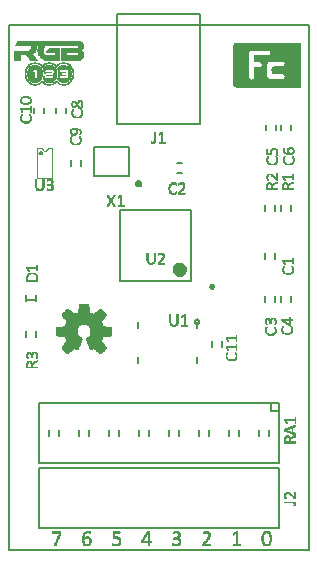
<source format=gto>
G04 PROTEUS RS274X GERBER FILE*
%FSLAX24Y24*%
%MOIN*%
%ADD11C,0.0080*%
%ADD14C,0.0025*%
%ADD27C,0.0040*%
%ADD28C,0.0078*%
%ADD29C,0.0236*%
%ADD72C,0.0098*%
G54D11*
X+3660Y-3500D02*
X+3660Y-3680D01*
X+3340Y-3500D02*
X+3340Y-3680D01*
X+2660Y-3500D02*
X+2660Y-3680D01*
X+2340Y-3500D02*
X+2340Y-3680D01*
X+1660Y-3500D02*
X+1660Y-3680D01*
X+1340Y-3500D02*
X+1340Y-3680D01*
X+660Y-3500D02*
X+660Y-3680D01*
X+340Y-3500D02*
X+340Y-3680D01*
X-340Y-3500D02*
X-340Y-3680D01*
X-660Y-3500D02*
X-660Y-3680D01*
X-1340Y-3500D02*
X-1340Y-3680D01*
X-1660Y-3500D02*
X-1660Y-3680D01*
X-2340Y-3500D02*
X-2340Y-3680D01*
X-2660Y-3500D02*
X-2660Y-3680D01*
X-3340Y-3500D02*
X-3340Y-3680D01*
X-3660Y-3500D02*
X-3660Y-3680D01*
X-4000Y-4590D02*
X+4000Y-4590D01*
X+4000Y-2590D01*
X-4000Y-2590D01*
X-4000Y-4590D01*
X+3750Y-2840D02*
X+4000Y-2840D01*
X+4000Y-2590D01*
X+3750Y-2590D01*
X+3750Y-2840D01*
G54D14*
X+4191Y-3911D02*
X+4191Y-3731D01*
X+4191Y-3511D02*
X+4191Y-3451D01*
X+4191Y-3171D02*
X+4191Y-3131D01*
X+4211Y-3911D02*
X+4211Y-3691D01*
X+4211Y-3511D02*
X+4211Y-3431D01*
X+4211Y-3211D02*
X+4211Y-3131D01*
X+4231Y-3911D02*
X+4231Y-3871D01*
X+4231Y-3751D02*
X+4231Y-3691D01*
X+4231Y-3531D02*
X+4231Y-3431D01*
X+4231Y-3251D02*
X+4231Y-3131D01*
X+4251Y-3911D02*
X+4251Y-3871D01*
X+4251Y-3711D02*
X+4251Y-3671D01*
X+4251Y-3531D02*
X+4251Y-3491D01*
X+4251Y-3471D02*
X+4251Y-3431D01*
X+4251Y-3271D02*
X+4251Y-3191D01*
X+4251Y-3171D02*
X+4251Y-3131D01*
X+4271Y-3911D02*
X+4271Y-3871D01*
X+4271Y-3711D02*
X+4271Y-3671D01*
X+4271Y-3531D02*
X+4271Y-3491D01*
X+4271Y-3471D02*
X+4271Y-3411D01*
X+4271Y-3271D02*
X+4271Y-3231D01*
X+4271Y-3171D02*
X+4271Y-3131D01*
X+4291Y-3911D02*
X+4291Y-3871D01*
X+4291Y-3711D02*
X+4291Y-3671D01*
X+4291Y-3551D02*
X+4291Y-3491D01*
X+4291Y-3471D02*
X+4291Y-3411D01*
X+4291Y-3171D02*
X+4291Y-3131D01*
X+4311Y-3911D02*
X+4311Y-3871D01*
X+4311Y-3711D02*
X+4311Y-3671D01*
X+4311Y-3551D02*
X+4311Y-3511D01*
X+4311Y-3451D02*
X+4311Y-3391D01*
X+4311Y-3171D02*
X+4311Y-3131D01*
X+4331Y-3911D02*
X+4331Y-3871D01*
X+4331Y-3751D02*
X+4331Y-3691D01*
X+4331Y-3571D02*
X+4331Y-3511D01*
X+4331Y-3451D02*
X+4331Y-3391D01*
X+4331Y-3171D02*
X+4331Y-3131D01*
X+4351Y-3911D02*
X+4351Y-3711D01*
X+4351Y-3571D02*
X+4351Y-3511D01*
X+4351Y-3431D02*
X+4351Y-3391D01*
X+4351Y-3171D02*
X+4351Y-3131D01*
X+4371Y-3911D02*
X+4371Y-3751D01*
X+4371Y-3571D02*
X+4371Y-3531D01*
X+4371Y-3431D02*
X+4371Y-3371D01*
X+4371Y-3171D02*
X+4371Y-3131D01*
X+4391Y-3911D02*
X+4391Y-3871D01*
X+4391Y-3791D02*
X+4391Y-3731D01*
X+4391Y-3591D02*
X+4391Y-3531D01*
X+4391Y-3431D02*
X+4391Y-3371D01*
X+4391Y-3171D02*
X+4391Y-3131D01*
X+4411Y-3911D02*
X+4411Y-3871D01*
X+4411Y-3771D02*
X+4411Y-3711D01*
X+4411Y-3591D02*
X+4411Y-3551D01*
X+4411Y-3411D02*
X+4411Y-3371D01*
X+4411Y-3171D02*
X+4411Y-3131D01*
X+4431Y-3911D02*
X+4431Y-3871D01*
X+4431Y-3751D02*
X+4431Y-3711D01*
X+4431Y-3591D02*
X+4431Y-3351D01*
X+4431Y-3171D02*
X+4431Y-3131D01*
X+4451Y-3911D02*
X+4451Y-3871D01*
X+4451Y-3751D02*
X+4451Y-3691D01*
X+4451Y-3611D02*
X+4451Y-3351D01*
X+4451Y-3171D02*
X+4451Y-3131D01*
X+4471Y-3911D02*
X+4471Y-3871D01*
X+4471Y-3731D02*
X+4471Y-3691D01*
X+4471Y-3611D02*
X+4471Y-3571D01*
X+4471Y-3391D02*
X+4471Y-3351D01*
X+4471Y-3171D02*
X+4471Y-3131D01*
X+4491Y-3911D02*
X+4491Y-3871D01*
X+4491Y-3731D02*
X+4491Y-3671D01*
X+4491Y-3611D02*
X+4491Y-3571D01*
X+4491Y-3391D02*
X+4491Y-3331D01*
X+4491Y-3171D02*
X+4491Y-3131D01*
X+4511Y-3911D02*
X+4511Y-3871D01*
X+4511Y-3731D02*
X+4511Y-3671D01*
X+4511Y-3631D02*
X+4511Y-3571D01*
X+4511Y-3391D02*
X+4511Y-3331D01*
X+4511Y-3171D02*
X+4511Y-3131D01*
X+4531Y-3911D02*
X+4531Y-3871D01*
X+4531Y-3711D02*
X+4531Y-3671D01*
X+4531Y-3631D02*
X+4531Y-3591D01*
X+4531Y-3371D02*
X+4531Y-3311D01*
X+4531Y-3251D02*
X+4531Y-3051D01*
X+4551Y-3911D02*
X+4551Y-3871D01*
X+4551Y-3711D02*
X+4551Y-3651D01*
X+4551Y-3631D02*
X+4551Y-3591D01*
X+4551Y-3371D02*
X+4551Y-3311D01*
X+4551Y-3251D02*
X+4551Y-3051D01*
G54D11*
X-692Y+118D02*
X-692Y-78D01*
X-692Y-1062D02*
X-692Y-1259D01*
X+1276Y-1259D02*
X+1276Y-1062D01*
X+1276Y-78D02*
X+1276Y+118D01*
X+1354Y+118D02*
X+1354Y+123D01*
X+1352Y+135D01*
X+1348Y+147D01*
X+1342Y+159D01*
X+1333Y+171D01*
X+1321Y+182D01*
X+1309Y+189D01*
X+1297Y+193D01*
X+1285Y+195D01*
X+1276Y+196D01*
X+1198Y+118D02*
X+1198Y+123D01*
X+1200Y+135D01*
X+1204Y+147D01*
X+1210Y+159D01*
X+1219Y+171D01*
X+1231Y+182D01*
X+1243Y+189D01*
X+1255Y+193D01*
X+1267Y+195D01*
X+1276Y+196D01*
X+1198Y+118D02*
X+1198Y+113D01*
X+1200Y+101D01*
X+1204Y+89D01*
X+1210Y+77D01*
X+1219Y+65D01*
X+1231Y+54D01*
X+1243Y+47D01*
X+1255Y+43D01*
X+1267Y+41D01*
X+1276Y+40D01*
X+1354Y+118D02*
X+1354Y+113D01*
X+1352Y+101D01*
X+1348Y+89D01*
X+1342Y+77D01*
X+1333Y+65D01*
X+1321Y+54D01*
X+1309Y+47D01*
X+1297Y+43D01*
X+1285Y+41D01*
X+1276Y+40D01*
G54D14*
X+348Y+102D02*
X+348Y+362D01*
X+368Y+42D02*
X+368Y+362D01*
X+388Y+2D02*
X+388Y+362D01*
X+408Y+2D02*
X+408Y+62D01*
X+428Y-18D02*
X+428Y+42D01*
X+448Y-18D02*
X+448Y+22D01*
X+468Y-18D02*
X+468Y+22D01*
X+488Y-18D02*
X+488Y+22D01*
X+508Y-18D02*
X+508Y+22D01*
X+528Y-18D02*
X+528Y+22D01*
X+548Y-18D02*
X+548Y+42D01*
X+568Y+2D02*
X+568Y+62D01*
X+588Y+2D02*
X+588Y+362D01*
X+608Y+22D02*
X+608Y+362D01*
X+628Y+82D02*
X+628Y+362D01*
X+748Y-18D02*
X+748Y+22D01*
X+748Y+262D02*
X+748Y+302D01*
X+768Y-18D02*
X+768Y+22D01*
X+768Y+282D02*
X+768Y+322D01*
X+788Y-18D02*
X+788Y+22D01*
X+788Y+282D02*
X+788Y+342D01*
X+808Y-18D02*
X+808Y+22D01*
X+808Y+302D02*
X+808Y+342D01*
X+828Y-18D02*
X+828Y+362D01*
X+848Y-18D02*
X+848Y+362D01*
X+868Y-18D02*
X+868Y+362D01*
X+888Y-18D02*
X+888Y+22D01*
X+908Y-18D02*
X+908Y+22D01*
X+928Y-18D02*
X+928Y+22D01*
X+948Y-18D02*
X+948Y+22D01*
G54D11*
X-5000Y-7500D02*
X+5000Y-7500D01*
X+5000Y+10000D01*
X-5000Y+10000D01*
X-5000Y-7500D01*
X-4000Y-6750D02*
X+4000Y-6750D01*
X+4000Y-4750D01*
X-4000Y-4750D01*
X-4000Y-6750D01*
G54D14*
X+4486Y-6001D02*
X+4526Y-6001D01*
X+4506Y-5981D02*
X+4546Y-5981D01*
X+4506Y-5961D02*
X+4546Y-5961D01*
X+4506Y-5941D02*
X+4546Y-5941D01*
X+4486Y-5921D02*
X+4546Y-5921D01*
X+4166Y-5901D02*
X+4526Y-5901D01*
X+4166Y-5881D02*
X+4506Y-5881D01*
X+4206Y-5761D02*
X+4246Y-5761D01*
X+4506Y-5761D02*
X+4546Y-5761D01*
X+4186Y-5741D02*
X+4226Y-5741D01*
X+4486Y-5741D02*
X+4546Y-5741D01*
X+4186Y-5721D02*
X+4226Y-5721D01*
X+4466Y-5721D02*
X+4546Y-5721D01*
X+4166Y-5701D02*
X+4206Y-5701D01*
X+4446Y-5701D02*
X+4486Y-5701D01*
X+4506Y-5701D02*
X+4546Y-5701D01*
X+4166Y-5681D02*
X+4206Y-5681D01*
X+4426Y-5681D02*
X+4466Y-5681D01*
X+4506Y-5681D02*
X+4546Y-5681D01*
X+4166Y-5661D02*
X+4206Y-5661D01*
X+4406Y-5661D02*
X+4446Y-5661D01*
X+4506Y-5661D02*
X+4546Y-5661D01*
X+4166Y-5641D02*
X+4206Y-5641D01*
X+4386Y-5641D02*
X+4426Y-5641D01*
X+4506Y-5641D02*
X+4546Y-5641D01*
X+4166Y-5621D02*
X+4226Y-5621D01*
X+4346Y-5621D02*
X+4406Y-5621D01*
X+4506Y-5621D02*
X+4546Y-5621D01*
X+4186Y-5601D02*
X+4226Y-5601D01*
X+4326Y-5601D02*
X+4386Y-5601D01*
X+4506Y-5601D02*
X+4546Y-5601D01*
X+4186Y-5581D02*
X+4366Y-5581D01*
X+4506Y-5581D02*
X+4546Y-5581D01*
X+4226Y-5561D02*
X+4326Y-5561D01*
X+4506Y-5561D02*
X+4546Y-5561D01*
X+4506Y-5541D02*
X+4546Y-5541D01*
G54D27*
X-4055Y+5901D02*
X-4055Y+4917D01*
X-4046Y+4912D02*
X-3546Y+4912D01*
X-3544Y+4917D02*
X-3544Y+5901D01*
X-3898Y+5901D02*
X-3875Y+5846D01*
X-3819Y+5823D01*
X-3701Y+5901D02*
X-3724Y+5846D01*
X-3780Y+5823D01*
X-3701Y+5901D02*
X-3544Y+5901D01*
X-3898Y+5901D02*
X-4055Y+5901D01*
X-3819Y+5823D02*
X-3780Y+5823D01*
G54D11*
X-3898Y+5744D02*
X-3898Y+5746D01*
X-3899Y+5752D01*
X-3901Y+5758D01*
X-3904Y+5764D01*
X-3908Y+5770D01*
X-3914Y+5775D01*
X-3920Y+5779D01*
X-3926Y+5781D01*
X-3932Y+5783D01*
X-3937Y+5783D01*
X-3976Y+5744D02*
X-3976Y+5746D01*
X-3975Y+5752D01*
X-3973Y+5758D01*
X-3970Y+5764D01*
X-3966Y+5770D01*
X-3960Y+5775D01*
X-3954Y+5779D01*
X-3948Y+5781D01*
X-3942Y+5783D01*
X-3937Y+5783D01*
X-3976Y+5744D02*
X-3976Y+5742D01*
X-3975Y+5736D01*
X-3973Y+5730D01*
X-3970Y+5724D01*
X-3966Y+5718D01*
X-3960Y+5713D01*
X-3954Y+5709D01*
X-3948Y+5707D01*
X-3942Y+5705D01*
X-3937Y+5705D01*
X-3898Y+5744D02*
X-3898Y+5742D01*
X-3899Y+5736D01*
X-3901Y+5730D01*
X-3904Y+5724D01*
X-3908Y+5718D01*
X-3914Y+5713D01*
X-3920Y+5709D01*
X-3926Y+5707D01*
X-3932Y+5705D01*
X-3937Y+5705D01*
G54D14*
X-4121Y+4622D02*
X-4121Y+4882D01*
X-4101Y+4562D02*
X-4101Y+4882D01*
X-4081Y+4522D02*
X-4081Y+4882D01*
X-4061Y+4522D02*
X-4061Y+4582D01*
X-4041Y+4502D02*
X-4041Y+4562D01*
X-4021Y+4502D02*
X-4021Y+4542D01*
X-4001Y+4502D02*
X-4001Y+4542D01*
X-3981Y+4502D02*
X-3981Y+4542D01*
X-3961Y+4502D02*
X-3961Y+4542D01*
X-3941Y+4502D02*
X-3941Y+4542D01*
X-3921Y+4502D02*
X-3921Y+4562D01*
X-3901Y+4522D02*
X-3901Y+4582D01*
X-3881Y+4522D02*
X-3881Y+4882D01*
X-3861Y+4542D02*
X-3861Y+4882D01*
X-3841Y+4602D02*
X-3841Y+4882D01*
X-3741Y+4522D02*
X-3741Y+4562D01*
X-3741Y+4822D02*
X-3741Y+4862D01*
X-3721Y+4502D02*
X-3721Y+4542D01*
X-3721Y+4682D02*
X-3721Y+4702D01*
X-3721Y+4822D02*
X-3721Y+4862D01*
X-3701Y+4502D02*
X-3701Y+4542D01*
X-3701Y+4682D02*
X-3701Y+4722D01*
X-3701Y+4842D02*
X-3701Y+4882D01*
X-3681Y+4502D02*
X-3681Y+4542D01*
X-3681Y+4682D02*
X-3681Y+4722D01*
X-3681Y+4842D02*
X-3681Y+4882D01*
X-3661Y+4502D02*
X-3661Y+4542D01*
X-3661Y+4682D02*
X-3661Y+4722D01*
X-3661Y+4842D02*
X-3661Y+4882D01*
X-3641Y+4502D02*
X-3641Y+4542D01*
X-3641Y+4682D02*
X-3641Y+4722D01*
X-3641Y+4842D02*
X-3641Y+4882D01*
X-3621Y+4502D02*
X-3621Y+4542D01*
X-3621Y+4662D02*
X-3621Y+4722D01*
X-3621Y+4842D02*
X-3621Y+4882D01*
X-3601Y+4502D02*
X-3601Y+4562D01*
X-3601Y+4662D02*
X-3601Y+4762D01*
X-3601Y+4822D02*
X-3601Y+4882D01*
X-3581Y+4522D02*
X-3581Y+4582D01*
X-3581Y+4622D02*
X-3581Y+4702D01*
X-3581Y+4722D02*
X-3581Y+4862D01*
X-3561Y+4522D02*
X-3561Y+4682D01*
X-3561Y+4722D02*
X-3561Y+4862D01*
X-3541Y+4542D02*
X-3541Y+4662D01*
X-3541Y+4782D02*
X-3541Y+4802D01*
G54D11*
X-2590Y+5500D02*
X-2590Y+5320D01*
X-2910Y+5500D02*
X-2910Y+5320D01*
G54D14*
X-2853Y+6041D02*
X-2693Y+6041D01*
X-2893Y+6061D02*
X-2653Y+6061D01*
X-2933Y+6081D02*
X-2853Y+6081D01*
X-2713Y+6081D02*
X-2633Y+6081D01*
X-2933Y+6101D02*
X-2893Y+6101D01*
X-2673Y+6101D02*
X-2613Y+6101D01*
X-2953Y+6121D02*
X-2913Y+6121D01*
X-2653Y+6121D02*
X-2613Y+6121D01*
X-2973Y+6141D02*
X-2913Y+6141D01*
X-2633Y+6141D02*
X-2593Y+6141D01*
X-2973Y+6161D02*
X-2933Y+6161D01*
X-2633Y+6161D02*
X-2593Y+6161D01*
X-2973Y+6181D02*
X-2933Y+6181D01*
X-2633Y+6181D02*
X-2593Y+6181D01*
X-2973Y+6201D02*
X-2933Y+6201D01*
X-2633Y+6201D02*
X-2593Y+6201D01*
X-2973Y+6221D02*
X-2933Y+6221D01*
X-2633Y+6221D02*
X-2593Y+6221D01*
X-2973Y+6241D02*
X-2933Y+6241D01*
X-2633Y+6241D02*
X-2593Y+6241D01*
X-2953Y+6261D02*
X-2913Y+6261D01*
X-2653Y+6261D02*
X-2613Y+6261D01*
X-2953Y+6281D02*
X-2913Y+6281D01*
X-2653Y+6281D02*
X-2613Y+6281D01*
X-2933Y+6301D02*
X-2893Y+6301D01*
X-2673Y+6301D02*
X-2633Y+6301D01*
X-2913Y+6361D02*
X-2793Y+6361D01*
X-2933Y+6381D02*
X-2753Y+6381D01*
X-2653Y+6381D02*
X-2613Y+6381D01*
X-2953Y+6401D02*
X-2893Y+6401D01*
X-2813Y+6401D02*
X-2753Y+6401D01*
X-2633Y+6401D02*
X-2593Y+6401D01*
X-2973Y+6421D02*
X-2913Y+6421D01*
X-2793Y+6421D02*
X-2733Y+6421D01*
X-2633Y+6421D02*
X-2593Y+6421D01*
X-2973Y+6441D02*
X-2933Y+6441D01*
X-2773Y+6441D02*
X-2733Y+6441D01*
X-2633Y+6441D02*
X-2593Y+6441D01*
X-2973Y+6461D02*
X-2933Y+6461D01*
X-2773Y+6461D02*
X-2733Y+6461D01*
X-2633Y+6461D02*
X-2593Y+6461D01*
X-2973Y+6481D02*
X-2933Y+6481D01*
X-2773Y+6481D02*
X-2733Y+6481D01*
X-2633Y+6481D02*
X-2593Y+6481D01*
X-2973Y+6501D02*
X-2933Y+6501D01*
X-2773Y+6501D02*
X-2733Y+6501D01*
X-2653Y+6501D02*
X-2613Y+6501D01*
X-2973Y+6521D02*
X-2913Y+6521D01*
X-2773Y+6521D02*
X-2733Y+6521D01*
X-2653Y+6521D02*
X-2613Y+6521D01*
X-2953Y+6541D02*
X-2873Y+6541D01*
X-2793Y+6541D02*
X-2753Y+6541D01*
X-2693Y+6541D02*
X-2633Y+6541D01*
X-2933Y+6561D02*
X-2653Y+6561D01*
X-2893Y+6581D02*
X-2713Y+6581D01*
G54D11*
X-4160Y+7070D02*
X-4160Y+7250D01*
X-3840Y+7070D02*
X-3840Y+7250D01*
G54D14*
X-4623Y+6860D02*
X-4623Y+6980D01*
X-4623Y+7200D02*
X-4623Y+7240D01*
X-4623Y+7460D02*
X-4623Y+7560D01*
X-4603Y+6840D02*
X-4603Y+7020D01*
X-4603Y+7160D02*
X-4603Y+7240D01*
X-4603Y+7420D02*
X-4603Y+7600D01*
X-4583Y+6800D02*
X-4583Y+6880D01*
X-4583Y+6980D02*
X-4583Y+7040D01*
X-4583Y+7120D02*
X-4583Y+7240D01*
X-4583Y+7420D02*
X-4583Y+7460D01*
X-4583Y+7560D02*
X-4583Y+7620D01*
X-4563Y+6800D02*
X-4563Y+6840D01*
X-4563Y+7020D02*
X-4563Y+7040D01*
X-4563Y+7100D02*
X-4563Y+7180D01*
X-4563Y+7200D02*
X-4563Y+7240D01*
X-4563Y+7400D02*
X-4563Y+7440D01*
X-4563Y+7580D02*
X-4563Y+7620D01*
X-4543Y+6780D02*
X-4543Y+6820D01*
X-4543Y+7100D02*
X-4543Y+7140D01*
X-4543Y+7200D02*
X-4543Y+7240D01*
X-4543Y+7400D02*
X-4543Y+7440D01*
X-4543Y+7580D02*
X-4543Y+7620D01*
X-4523Y+6780D02*
X-4523Y+6820D01*
X-4523Y+7200D02*
X-4523Y+7240D01*
X-4523Y+7380D02*
X-4523Y+7420D01*
X-4523Y+7600D02*
X-4523Y+7640D01*
X-4503Y+6760D02*
X-4503Y+6800D01*
X-4503Y+7200D02*
X-4503Y+7240D01*
X-4503Y+7380D02*
X-4503Y+7420D01*
X-4503Y+7600D02*
X-4503Y+7640D01*
X-4483Y+6760D02*
X-4483Y+6800D01*
X-4483Y+7200D02*
X-4483Y+7240D01*
X-4483Y+7380D02*
X-4483Y+7420D01*
X-4483Y+7600D02*
X-4483Y+7640D01*
X-4463Y+6760D02*
X-4463Y+6800D01*
X-4463Y+7200D02*
X-4463Y+7240D01*
X-4463Y+7380D02*
X-4463Y+7420D01*
X-4463Y+7600D02*
X-4463Y+7640D01*
X-4443Y+6760D02*
X-4443Y+6800D01*
X-4443Y+7200D02*
X-4443Y+7240D01*
X-4443Y+7380D02*
X-4443Y+7420D01*
X-4443Y+7600D02*
X-4443Y+7640D01*
X-4423Y+6760D02*
X-4423Y+6800D01*
X-4423Y+7200D02*
X-4423Y+7240D01*
X-4423Y+7380D02*
X-4423Y+7420D01*
X-4423Y+7600D02*
X-4423Y+7640D01*
X-4403Y+6760D02*
X-4403Y+6800D01*
X-4403Y+7200D02*
X-4403Y+7240D01*
X-4403Y+7380D02*
X-4403Y+7420D01*
X-4403Y+7600D02*
X-4403Y+7640D01*
X-4383Y+6760D02*
X-4383Y+6800D01*
X-4383Y+7200D02*
X-4383Y+7240D01*
X-4383Y+7380D02*
X-4383Y+7420D01*
X-4383Y+7600D02*
X-4383Y+7640D01*
X-4363Y+6760D02*
X-4363Y+6820D01*
X-4363Y+7200D02*
X-4363Y+7240D01*
X-4363Y+7380D02*
X-4363Y+7420D01*
X-4363Y+7600D02*
X-4363Y+7640D01*
X-4343Y+6780D02*
X-4343Y+6820D01*
X-4343Y+7200D02*
X-4343Y+7240D01*
X-4343Y+7400D02*
X-4343Y+7440D01*
X-4343Y+7580D02*
X-4343Y+7620D01*
X-4323Y+6780D02*
X-4323Y+6840D01*
X-4323Y+7020D02*
X-4323Y+7040D01*
X-4323Y+7200D02*
X-4323Y+7240D01*
X-4323Y+7400D02*
X-4323Y+7440D01*
X-4323Y+7580D02*
X-4323Y+7620D01*
X-4303Y+6800D02*
X-4303Y+6860D01*
X-4303Y+6980D02*
X-4303Y+7040D01*
X-4303Y+7200D02*
X-4303Y+7240D01*
X-4303Y+7400D02*
X-4303Y+7460D01*
X-4303Y+7560D02*
X-4303Y+7600D01*
X-4283Y+6820D02*
X-4283Y+7020D01*
X-4283Y+7120D02*
X-4283Y+7320D01*
X-4283Y+7420D02*
X-4283Y+7600D01*
X-4263Y+6860D02*
X-4263Y+6980D01*
X-4263Y+7120D02*
X-4263Y+7320D01*
X-4263Y+7460D02*
X-4263Y+7560D01*
G54D11*
X+3860Y+4000D02*
X+3860Y+3820D01*
X+3540Y+4000D02*
X+3540Y+3820D01*
G54D14*
X+3576Y+4548D02*
X+3956Y+4548D01*
X+3576Y+4568D02*
X+3956Y+4568D01*
X+3576Y+4588D02*
X+3616Y+4588D01*
X+3736Y+4588D02*
X+3776Y+4588D01*
X+3576Y+4608D02*
X+3616Y+4608D01*
X+3736Y+4608D02*
X+3776Y+4608D01*
X+3576Y+4628D02*
X+3616Y+4628D01*
X+3736Y+4628D02*
X+3776Y+4628D01*
X+3576Y+4648D02*
X+3616Y+4648D01*
X+3736Y+4648D02*
X+3776Y+4648D01*
X+3576Y+4668D02*
X+3616Y+4668D01*
X+3736Y+4668D02*
X+3796Y+4668D01*
X+3576Y+4688D02*
X+3616Y+4688D01*
X+3736Y+4688D02*
X+3816Y+4688D01*
X+3576Y+4708D02*
X+3636Y+4708D01*
X+3716Y+4708D02*
X+3756Y+4708D01*
X+3776Y+4708D02*
X+3856Y+4708D01*
X+3596Y+4728D02*
X+3636Y+4728D01*
X+3716Y+4728D02*
X+3756Y+4728D01*
X+3796Y+4728D02*
X+3916Y+4728D01*
X+3596Y+4748D02*
X+3736Y+4748D01*
X+3836Y+4748D02*
X+3956Y+4748D01*
X+3636Y+4768D02*
X+3716Y+4768D01*
X+3876Y+4768D02*
X+3956Y+4768D01*
X+3936Y+4788D02*
X+3956Y+4788D01*
X+3616Y+4848D02*
X+3656Y+4848D01*
X+3916Y+4848D02*
X+3956Y+4848D01*
X+3596Y+4868D02*
X+3636Y+4868D01*
X+3896Y+4868D02*
X+3956Y+4868D01*
X+3596Y+4888D02*
X+3636Y+4888D01*
X+3876Y+4888D02*
X+3956Y+4888D01*
X+3576Y+4908D02*
X+3616Y+4908D01*
X+3856Y+4908D02*
X+3896Y+4908D01*
X+3916Y+4908D02*
X+3956Y+4908D01*
X+3576Y+4928D02*
X+3616Y+4928D01*
X+3836Y+4928D02*
X+3876Y+4928D01*
X+3916Y+4928D02*
X+3956Y+4928D01*
X+3576Y+4948D02*
X+3616Y+4948D01*
X+3816Y+4948D02*
X+3856Y+4948D01*
X+3916Y+4948D02*
X+3956Y+4948D01*
X+3576Y+4968D02*
X+3616Y+4968D01*
X+3796Y+4968D02*
X+3836Y+4968D01*
X+3916Y+4968D02*
X+3956Y+4968D01*
X+3576Y+4988D02*
X+3636Y+4988D01*
X+3756Y+4988D02*
X+3816Y+4988D01*
X+3916Y+4988D02*
X+3956Y+4988D01*
X+3596Y+5008D02*
X+3636Y+5008D01*
X+3736Y+5008D02*
X+3796Y+5008D01*
X+3916Y+5008D02*
X+3956Y+5008D01*
X+3596Y+5028D02*
X+3776Y+5028D01*
X+3916Y+5028D02*
X+3956Y+5028D01*
X+3636Y+5048D02*
X+3736Y+5048D01*
X+3916Y+5048D02*
X+3956Y+5048D01*
X+3916Y+5068D02*
X+3956Y+5068D01*
G54D11*
X+4410Y+4000D02*
X+4410Y+3820D01*
X+4090Y+4000D02*
X+4090Y+3820D01*
G54D14*
X+4106Y+4548D02*
X+4486Y+4548D01*
X+4106Y+4568D02*
X+4486Y+4568D01*
X+4106Y+4588D02*
X+4146Y+4588D01*
X+4266Y+4588D02*
X+4306Y+4588D01*
X+4106Y+4608D02*
X+4146Y+4608D01*
X+4266Y+4608D02*
X+4306Y+4608D01*
X+4106Y+4628D02*
X+4146Y+4628D01*
X+4266Y+4628D02*
X+4306Y+4628D01*
X+4106Y+4648D02*
X+4146Y+4648D01*
X+4266Y+4648D02*
X+4306Y+4648D01*
X+4106Y+4668D02*
X+4146Y+4668D01*
X+4266Y+4668D02*
X+4326Y+4668D01*
X+4106Y+4688D02*
X+4146Y+4688D01*
X+4266Y+4688D02*
X+4346Y+4688D01*
X+4106Y+4708D02*
X+4166Y+4708D01*
X+4246Y+4708D02*
X+4286Y+4708D01*
X+4306Y+4708D02*
X+4386Y+4708D01*
X+4126Y+4728D02*
X+4166Y+4728D01*
X+4246Y+4728D02*
X+4286Y+4728D01*
X+4326Y+4728D02*
X+4446Y+4728D01*
X+4126Y+4748D02*
X+4266Y+4748D01*
X+4366Y+4748D02*
X+4486Y+4748D01*
X+4166Y+4768D02*
X+4246Y+4768D01*
X+4406Y+4768D02*
X+4486Y+4768D01*
X+4466Y+4788D02*
X+4486Y+4788D01*
X+4166Y+4848D02*
X+4206Y+4848D01*
X+4146Y+4868D02*
X+4206Y+4868D01*
X+4446Y+4868D02*
X+4486Y+4868D01*
X+4146Y+4888D02*
X+4186Y+4888D01*
X+4446Y+4888D02*
X+4486Y+4888D01*
X+4126Y+4908D02*
X+4186Y+4908D01*
X+4446Y+4908D02*
X+4486Y+4908D01*
X+4126Y+4928D02*
X+4166Y+4928D01*
X+4446Y+4928D02*
X+4486Y+4928D01*
X+4106Y+4948D02*
X+4486Y+4948D01*
X+4106Y+4968D02*
X+4486Y+4968D01*
X+4446Y+4988D02*
X+4486Y+4988D01*
X+4446Y+5008D02*
X+4486Y+5008D01*
X+4446Y+5028D02*
X+4486Y+5028D01*
X+4446Y+5048D02*
X+4486Y+5048D01*
G54D11*
X-3410Y+7070D02*
X-3410Y+7250D01*
X-3090Y+7070D02*
X-3090Y+7250D01*
G54D14*
X-2803Y+6941D02*
X-2643Y+6941D01*
X-2843Y+6961D02*
X-2603Y+6961D01*
X-2883Y+6981D02*
X-2803Y+6981D01*
X-2663Y+6981D02*
X-2583Y+6981D01*
X-2883Y+7001D02*
X-2843Y+7001D01*
X-2623Y+7001D02*
X-2563Y+7001D01*
X-2903Y+7021D02*
X-2863Y+7021D01*
X-2603Y+7021D02*
X-2563Y+7021D01*
X-2923Y+7041D02*
X-2863Y+7041D01*
X-2583Y+7041D02*
X-2543Y+7041D01*
X-2923Y+7061D02*
X-2883Y+7061D01*
X-2583Y+7061D02*
X-2543Y+7061D01*
X-2923Y+7081D02*
X-2883Y+7081D01*
X-2583Y+7081D02*
X-2543Y+7081D01*
X-2923Y+7101D02*
X-2883Y+7101D01*
X-2583Y+7101D02*
X-2543Y+7101D01*
X-2923Y+7121D02*
X-2883Y+7121D01*
X-2583Y+7121D02*
X-2543Y+7121D01*
X-2923Y+7141D02*
X-2883Y+7141D01*
X-2583Y+7141D02*
X-2543Y+7141D01*
X-2903Y+7161D02*
X-2863Y+7161D01*
X-2603Y+7161D02*
X-2563Y+7161D01*
X-2903Y+7181D02*
X-2863Y+7181D01*
X-2603Y+7181D02*
X-2563Y+7181D01*
X-2883Y+7201D02*
X-2843Y+7201D01*
X-2623Y+7201D02*
X-2583Y+7201D01*
X-2683Y+7261D02*
X-2583Y+7261D01*
X-2883Y+7281D02*
X-2783Y+7281D01*
X-2703Y+7281D02*
X-2563Y+7281D01*
X-2903Y+7301D02*
X-2763Y+7301D01*
X-2723Y+7301D02*
X-2663Y+7301D01*
X-2603Y+7301D02*
X-2563Y+7301D01*
X-2903Y+7321D02*
X-2863Y+7321D01*
X-2803Y+7321D02*
X-2743Y+7321D01*
X-2723Y+7321D02*
X-2683Y+7321D01*
X-2603Y+7321D02*
X-2543Y+7321D01*
X-2923Y+7341D02*
X-2883Y+7341D01*
X-2783Y+7341D02*
X-2703Y+7341D01*
X-2583Y+7341D02*
X-2543Y+7341D01*
X-2923Y+7361D02*
X-2883Y+7361D01*
X-2763Y+7361D02*
X-2703Y+7361D01*
X-2583Y+7361D02*
X-2543Y+7361D01*
X-2923Y+7381D02*
X-2883Y+7381D01*
X-2763Y+7381D02*
X-2723Y+7381D01*
X-2583Y+7381D02*
X-2543Y+7381D01*
X-2923Y+7401D02*
X-2883Y+7401D01*
X-2763Y+7401D02*
X-2703Y+7401D01*
X-2583Y+7401D02*
X-2543Y+7401D01*
X-2923Y+7421D02*
X-2883Y+7421D01*
X-2783Y+7421D02*
X-2703Y+7421D01*
X-2583Y+7421D02*
X-2543Y+7421D01*
X-2903Y+7441D02*
X-2863Y+7441D01*
X-2803Y+7441D02*
X-2763Y+7441D01*
X-2723Y+7441D02*
X-2683Y+7441D01*
X-2603Y+7441D02*
X-2543Y+7441D01*
X-2903Y+7461D02*
X-2763Y+7461D01*
X-2723Y+7461D02*
X-2663Y+7461D01*
X-2603Y+7461D02*
X-2563Y+7461D01*
X-2883Y+7481D02*
X-2803Y+7481D01*
X-2703Y+7481D02*
X-2563Y+7481D01*
X-2683Y+7501D02*
X-2603Y+7501D01*
G54D11*
X+600Y+5410D02*
X+780Y+5410D01*
X+600Y+5090D02*
X+780Y+5090D01*
G54D14*
X+313Y+4544D02*
X+313Y+4604D01*
X+333Y+4464D02*
X+333Y+4684D01*
X+353Y+4424D02*
X+353Y+4704D01*
X+373Y+4404D02*
X+373Y+4504D01*
X+373Y+4624D02*
X+373Y+4724D01*
X+393Y+4404D02*
X+393Y+4464D01*
X+393Y+4684D02*
X+393Y+4744D01*
X+413Y+4384D02*
X+413Y+4444D01*
X+413Y+4704D02*
X+413Y+4764D01*
X+433Y+4384D02*
X+433Y+4424D01*
X+433Y+4724D02*
X+433Y+4764D01*
X+453Y+4384D02*
X+453Y+4424D01*
X+453Y+4724D02*
X+453Y+4764D01*
X+473Y+4384D02*
X+473Y+4424D01*
X+473Y+4724D02*
X+473Y+4764D01*
X+493Y+4384D02*
X+493Y+4424D01*
X+493Y+4724D02*
X+493Y+4764D01*
X+513Y+4384D02*
X+513Y+4424D01*
X+513Y+4724D02*
X+513Y+4764D01*
X+533Y+4384D02*
X+533Y+4444D01*
X+533Y+4704D02*
X+533Y+4764D01*
X+553Y+4404D02*
X+553Y+4444D01*
X+553Y+4704D02*
X+553Y+4744D01*
X+573Y+4404D02*
X+573Y+4464D01*
X+573Y+4684D02*
X+573Y+4744D01*
X+653Y+4384D02*
X+653Y+4444D01*
X+653Y+4684D02*
X+653Y+4744D01*
X+673Y+4384D02*
X+673Y+4464D01*
X+673Y+4704D02*
X+673Y+4744D01*
X+693Y+4384D02*
X+693Y+4484D01*
X+693Y+4724D02*
X+693Y+4764D01*
X+713Y+4384D02*
X+713Y+4424D01*
X+713Y+4444D02*
X+713Y+4504D01*
X+713Y+4724D02*
X+713Y+4764D01*
X+733Y+4384D02*
X+733Y+4424D01*
X+733Y+4464D02*
X+733Y+4524D01*
X+733Y+4724D02*
X+733Y+4764D01*
X+753Y+4384D02*
X+753Y+4424D01*
X+753Y+4484D02*
X+753Y+4544D01*
X+753Y+4724D02*
X+753Y+4764D01*
X+773Y+4384D02*
X+773Y+4424D01*
X+773Y+4504D02*
X+773Y+4584D01*
X+773Y+4724D02*
X+773Y+4764D01*
X+793Y+4384D02*
X+793Y+4424D01*
X+793Y+4524D02*
X+793Y+4624D01*
X+793Y+4684D02*
X+793Y+4764D01*
X+813Y+4384D02*
X+813Y+4424D01*
X+813Y+4544D02*
X+813Y+4744D01*
X+833Y+4384D02*
X+833Y+4424D01*
X+833Y+4584D02*
X+833Y+4744D01*
X+853Y+4384D02*
X+853Y+4424D01*
X+853Y+4624D02*
X+853Y+4704D01*
X+873Y+4404D02*
X+873Y+4424D01*
G54D11*
X+3590Y+6500D02*
X+3590Y+6680D01*
X+3910Y+6500D02*
X+3910Y+6680D01*
G54D14*
X+3696Y+5371D02*
X+3856Y+5371D01*
X+3656Y+5391D02*
X+3896Y+5391D01*
X+3616Y+5411D02*
X+3696Y+5411D01*
X+3836Y+5411D02*
X+3916Y+5411D01*
X+3616Y+5431D02*
X+3656Y+5431D01*
X+3876Y+5431D02*
X+3936Y+5431D01*
X+3596Y+5451D02*
X+3636Y+5451D01*
X+3896Y+5451D02*
X+3936Y+5451D01*
X+3576Y+5471D02*
X+3636Y+5471D01*
X+3916Y+5471D02*
X+3956Y+5471D01*
X+3576Y+5491D02*
X+3616Y+5491D01*
X+3916Y+5491D02*
X+3956Y+5491D01*
X+3576Y+5511D02*
X+3616Y+5511D01*
X+3916Y+5511D02*
X+3956Y+5511D01*
X+3576Y+5531D02*
X+3616Y+5531D01*
X+3916Y+5531D02*
X+3956Y+5531D01*
X+3576Y+5551D02*
X+3616Y+5551D01*
X+3916Y+5551D02*
X+3956Y+5551D01*
X+3576Y+5571D02*
X+3616Y+5571D01*
X+3916Y+5571D02*
X+3956Y+5571D01*
X+3596Y+5591D02*
X+3636Y+5591D01*
X+3896Y+5591D02*
X+3936Y+5591D01*
X+3596Y+5611D02*
X+3636Y+5611D01*
X+3896Y+5611D02*
X+3936Y+5611D01*
X+3616Y+5631D02*
X+3656Y+5631D01*
X+3876Y+5631D02*
X+3916Y+5631D01*
X+3896Y+5691D02*
X+3936Y+5691D01*
X+3576Y+5711D02*
X+3756Y+5711D01*
X+3896Y+5711D02*
X+3956Y+5711D01*
X+3576Y+5731D02*
X+3756Y+5731D01*
X+3916Y+5731D02*
X+3956Y+5731D01*
X+3576Y+5751D02*
X+3616Y+5751D01*
X+3716Y+5751D02*
X+3756Y+5751D01*
X+3916Y+5751D02*
X+3956Y+5751D01*
X+3576Y+5771D02*
X+3616Y+5771D01*
X+3716Y+5771D02*
X+3756Y+5771D01*
X+3916Y+5771D02*
X+3956Y+5771D01*
X+3576Y+5791D02*
X+3616Y+5791D01*
X+3716Y+5791D02*
X+3756Y+5791D01*
X+3916Y+5791D02*
X+3956Y+5791D01*
X+3576Y+5811D02*
X+3616Y+5811D01*
X+3716Y+5811D02*
X+3756Y+5811D01*
X+3916Y+5811D02*
X+3956Y+5811D01*
X+3576Y+5831D02*
X+3616Y+5831D01*
X+3716Y+5831D02*
X+3756Y+5831D01*
X+3916Y+5831D02*
X+3956Y+5831D01*
X+3576Y+5851D02*
X+3616Y+5851D01*
X+3716Y+5851D02*
X+3776Y+5851D01*
X+3896Y+5851D02*
X+3936Y+5851D01*
X+3576Y+5871D02*
X+3616Y+5871D01*
X+3736Y+5871D02*
X+3796Y+5871D01*
X+3876Y+5871D02*
X+3936Y+5871D01*
X+3576Y+5891D02*
X+3616Y+5891D01*
X+3756Y+5891D02*
X+3916Y+5891D01*
X+3776Y+5911D02*
X+3876Y+5911D01*
G54D11*
X+4090Y+6500D02*
X+4090Y+6680D01*
X+4410Y+6500D02*
X+4410Y+6680D01*
G54D14*
X+4246Y+5371D02*
X+4406Y+5371D01*
X+4206Y+5391D02*
X+4446Y+5391D01*
X+4166Y+5411D02*
X+4246Y+5411D01*
X+4386Y+5411D02*
X+4466Y+5411D01*
X+4166Y+5431D02*
X+4206Y+5431D01*
X+4426Y+5431D02*
X+4486Y+5431D01*
X+4146Y+5451D02*
X+4186Y+5451D01*
X+4446Y+5451D02*
X+4486Y+5451D01*
X+4126Y+5471D02*
X+4186Y+5471D01*
X+4466Y+5471D02*
X+4506Y+5471D01*
X+4126Y+5491D02*
X+4166Y+5491D01*
X+4466Y+5491D02*
X+4506Y+5491D01*
X+4126Y+5511D02*
X+4166Y+5511D01*
X+4466Y+5511D02*
X+4506Y+5511D01*
X+4126Y+5531D02*
X+4166Y+5531D01*
X+4466Y+5531D02*
X+4506Y+5531D01*
X+4126Y+5551D02*
X+4166Y+5551D01*
X+4466Y+5551D02*
X+4506Y+5551D01*
X+4126Y+5571D02*
X+4166Y+5571D01*
X+4466Y+5571D02*
X+4506Y+5571D01*
X+4146Y+5591D02*
X+4186Y+5591D01*
X+4446Y+5591D02*
X+4486Y+5591D01*
X+4146Y+5611D02*
X+4186Y+5611D01*
X+4446Y+5611D02*
X+4486Y+5611D01*
X+4166Y+5631D02*
X+4206Y+5631D01*
X+4426Y+5631D02*
X+4466Y+5631D01*
X+4246Y+5711D02*
X+4426Y+5711D01*
X+4186Y+5731D02*
X+4466Y+5731D01*
X+4166Y+5751D02*
X+4226Y+5751D01*
X+4286Y+5751D02*
X+4326Y+5751D01*
X+4406Y+5751D02*
X+4486Y+5751D01*
X+4146Y+5771D02*
X+4206Y+5771D01*
X+4286Y+5771D02*
X+4326Y+5771D01*
X+4446Y+5771D02*
X+4506Y+5771D01*
X+4146Y+5791D02*
X+4186Y+5791D01*
X+4266Y+5791D02*
X+4306Y+5791D01*
X+4466Y+5791D02*
X+4506Y+5791D01*
X+4126Y+5811D02*
X+4166Y+5811D01*
X+4266Y+5811D02*
X+4306Y+5811D01*
X+4466Y+5811D02*
X+4506Y+5811D01*
X+4126Y+5831D02*
X+4166Y+5831D01*
X+4266Y+5831D02*
X+4306Y+5831D01*
X+4466Y+5831D02*
X+4506Y+5831D01*
X+4126Y+5851D02*
X+4166Y+5851D01*
X+4266Y+5851D02*
X+4306Y+5851D01*
X+4466Y+5851D02*
X+4506Y+5851D01*
X+4126Y+5871D02*
X+4166Y+5871D01*
X+4266Y+5871D02*
X+4306Y+5871D01*
X+4446Y+5871D02*
X+4486Y+5871D01*
X+4126Y+5891D02*
X+4166Y+5891D01*
X+4286Y+5891D02*
X+4326Y+5891D01*
X+4426Y+5891D02*
X+4486Y+5891D01*
X+4146Y+5911D02*
X+4186Y+5911D01*
X+4286Y+5911D02*
X+4466Y+5911D01*
X+4326Y+5931D02*
X+4426Y+5931D01*
G54D11*
X+3860Y+970D02*
X+3860Y+790D01*
X+3540Y+970D02*
X+3540Y+790D01*
G54D14*
X+3649Y-310D02*
X+3809Y-310D01*
X+3609Y-290D02*
X+3849Y-290D01*
X+3569Y-270D02*
X+3649Y-270D01*
X+3789Y-270D02*
X+3869Y-270D01*
X+3569Y-250D02*
X+3609Y-250D01*
X+3829Y-250D02*
X+3889Y-250D01*
X+3549Y-230D02*
X+3589Y-230D01*
X+3849Y-230D02*
X+3889Y-230D01*
X+3529Y-210D02*
X+3589Y-210D01*
X+3869Y-210D02*
X+3909Y-210D01*
X+3529Y-190D02*
X+3569Y-190D01*
X+3869Y-190D02*
X+3909Y-190D01*
X+3529Y-170D02*
X+3569Y-170D01*
X+3869Y-170D02*
X+3909Y-170D01*
X+3529Y-150D02*
X+3569Y-150D01*
X+3869Y-150D02*
X+3909Y-150D01*
X+3529Y-130D02*
X+3569Y-130D01*
X+3869Y-130D02*
X+3909Y-130D01*
X+3529Y-110D02*
X+3569Y-110D01*
X+3869Y-110D02*
X+3909Y-110D01*
X+3549Y-90D02*
X+3589Y-90D01*
X+3849Y-90D02*
X+3889Y-90D01*
X+3549Y-70D02*
X+3589Y-70D01*
X+3849Y-70D02*
X+3889Y-70D01*
X+3569Y-50D02*
X+3609Y-50D01*
X+3829Y-50D02*
X+3869Y-50D01*
X+3849Y+30D02*
X+3889Y+30D01*
X+3569Y+50D02*
X+3609Y+50D01*
X+3849Y+50D02*
X+3889Y+50D01*
X+3549Y+70D02*
X+3589Y+70D01*
X+3689Y+70D02*
X+3729Y+70D01*
X+3869Y+70D02*
X+3909Y+70D01*
X+3529Y+90D02*
X+3589Y+90D01*
X+3689Y+90D02*
X+3729Y+90D01*
X+3869Y+90D02*
X+3909Y+90D01*
X+3529Y+110D02*
X+3569Y+110D01*
X+3689Y+110D02*
X+3729Y+110D01*
X+3869Y+110D02*
X+3909Y+110D01*
X+3529Y+130D02*
X+3569Y+130D01*
X+3689Y+130D02*
X+3729Y+130D01*
X+3869Y+130D02*
X+3909Y+130D01*
X+3529Y+150D02*
X+3569Y+150D01*
X+3689Y+150D02*
X+3729Y+150D01*
X+3869Y+150D02*
X+3909Y+150D01*
X+3529Y+170D02*
X+3569Y+170D01*
X+3669Y+170D02*
X+3729Y+170D01*
X+3869Y+170D02*
X+3909Y+170D01*
X+3529Y+190D02*
X+3589Y+190D01*
X+3649Y+190D02*
X+3689Y+190D01*
X+3709Y+190D02*
X+3749Y+190D01*
X+3849Y+190D02*
X+3889Y+190D01*
X+3549Y+210D02*
X+3689Y+210D01*
X+3709Y+210D02*
X+3769Y+210D01*
X+3829Y+210D02*
X+3889Y+210D01*
X+3569Y+230D02*
X+3669Y+230D01*
X+3729Y+230D02*
X+3869Y+230D01*
X+3749Y+250D02*
X+3849Y+250D01*
G54D11*
X+4410Y+970D02*
X+4410Y+790D01*
X+4090Y+970D02*
X+4090Y+790D01*
G54D14*
X+4196Y-288D02*
X+4356Y-288D01*
X+4156Y-268D02*
X+4396Y-268D01*
X+4116Y-248D02*
X+4196Y-248D01*
X+4336Y-248D02*
X+4416Y-248D01*
X+4116Y-228D02*
X+4156Y-228D01*
X+4376Y-228D02*
X+4436Y-228D01*
X+4096Y-208D02*
X+4136Y-208D01*
X+4396Y-208D02*
X+4436Y-208D01*
X+4076Y-188D02*
X+4136Y-188D01*
X+4416Y-188D02*
X+4456Y-188D01*
X+4076Y-168D02*
X+4116Y-168D01*
X+4416Y-168D02*
X+4456Y-168D01*
X+4076Y-148D02*
X+4116Y-148D01*
X+4416Y-148D02*
X+4456Y-148D01*
X+4076Y-128D02*
X+4116Y-128D01*
X+4416Y-128D02*
X+4456Y-128D01*
X+4076Y-108D02*
X+4116Y-108D01*
X+4416Y-108D02*
X+4456Y-108D01*
X+4076Y-88D02*
X+4116Y-88D01*
X+4416Y-88D02*
X+4456Y-88D01*
X+4096Y-68D02*
X+4136Y-68D01*
X+4396Y-68D02*
X+4436Y-68D01*
X+4096Y-48D02*
X+4136Y-48D01*
X+4396Y-48D02*
X+4436Y-48D01*
X+4116Y-28D02*
X+4156Y-28D01*
X+4376Y-28D02*
X+4416Y-28D01*
X+4316Y+12D02*
X+4376Y+12D01*
X+4296Y+32D02*
X+4376Y+32D01*
X+4256Y+52D02*
X+4376Y+52D01*
X+4216Y+72D02*
X+4296Y+72D01*
X+4336Y+72D02*
X+4376Y+72D01*
X+4196Y+92D02*
X+4256Y+92D01*
X+4336Y+92D02*
X+4376Y+92D01*
X+4156Y+112D02*
X+4236Y+112D01*
X+4336Y+112D02*
X+4376Y+112D01*
X+4116Y+132D02*
X+4196Y+132D01*
X+4336Y+132D02*
X+4376Y+132D01*
X+4096Y+152D02*
X+4176Y+152D01*
X+4336Y+152D02*
X+4376Y+152D01*
X+4076Y+172D02*
X+4136Y+172D01*
X+4336Y+172D02*
X+4376Y+172D01*
X+4076Y+192D02*
X+4456Y+192D01*
X+4076Y+212D02*
X+4456Y+212D01*
X+4336Y+232D02*
X+4376Y+232D01*
X+4336Y+252D02*
X+4376Y+252D01*
X+4336Y+272D02*
X+4376Y+272D01*
G54D11*
X+3540Y+2220D02*
X+3540Y+2400D01*
X+3860Y+2220D02*
X+3860Y+2400D01*
G54D14*
X+4226Y+1708D02*
X+4386Y+1708D01*
X+4186Y+1728D02*
X+4426Y+1728D01*
X+4146Y+1748D02*
X+4226Y+1748D01*
X+4366Y+1748D02*
X+4446Y+1748D01*
X+4146Y+1768D02*
X+4186Y+1768D01*
X+4406Y+1768D02*
X+4466Y+1768D01*
X+4126Y+1788D02*
X+4166Y+1788D01*
X+4426Y+1788D02*
X+4466Y+1788D01*
X+4106Y+1808D02*
X+4166Y+1808D01*
X+4446Y+1808D02*
X+4486Y+1808D01*
X+4106Y+1828D02*
X+4146Y+1828D01*
X+4446Y+1828D02*
X+4486Y+1828D01*
X+4106Y+1848D02*
X+4146Y+1848D01*
X+4446Y+1848D02*
X+4486Y+1848D01*
X+4106Y+1868D02*
X+4146Y+1868D01*
X+4446Y+1868D02*
X+4486Y+1868D01*
X+4106Y+1888D02*
X+4146Y+1888D01*
X+4446Y+1888D02*
X+4486Y+1888D01*
X+4106Y+1908D02*
X+4146Y+1908D01*
X+4446Y+1908D02*
X+4486Y+1908D01*
X+4126Y+1928D02*
X+4166Y+1928D01*
X+4426Y+1928D02*
X+4466Y+1928D01*
X+4126Y+1948D02*
X+4166Y+1948D01*
X+4426Y+1948D02*
X+4466Y+1948D01*
X+4146Y+1968D02*
X+4186Y+1968D01*
X+4406Y+1968D02*
X+4446Y+1968D01*
X+4166Y+2048D02*
X+4206Y+2048D01*
X+4146Y+2068D02*
X+4206Y+2068D01*
X+4446Y+2068D02*
X+4486Y+2068D01*
X+4146Y+2088D02*
X+4186Y+2088D01*
X+4446Y+2088D02*
X+4486Y+2088D01*
X+4126Y+2108D02*
X+4186Y+2108D01*
X+4446Y+2108D02*
X+4486Y+2108D01*
X+4126Y+2128D02*
X+4166Y+2128D01*
X+4446Y+2128D02*
X+4486Y+2128D01*
X+4106Y+2148D02*
X+4486Y+2148D01*
X+4106Y+2168D02*
X+4486Y+2168D01*
X+4446Y+2188D02*
X+4486Y+2188D01*
X+4446Y+2208D02*
X+4486Y+2208D01*
X+4446Y+2228D02*
X+4486Y+2228D01*
X+4446Y+2248D02*
X+4486Y+2248D01*
X-3560Y-6914D02*
X-3560Y-6854D01*
X-3540Y-6914D02*
X-3540Y-6854D01*
X-3520Y-6914D02*
X-3520Y-6854D01*
X-3500Y-7334D02*
X-3500Y-7294D01*
X-3500Y-6914D02*
X-3500Y-6854D01*
X-3480Y-7334D02*
X-3480Y-7254D01*
X-3480Y-6914D02*
X-3480Y-6854D01*
X-3460Y-7334D02*
X-3460Y-7214D01*
X-3460Y-6914D02*
X-3460Y-6854D01*
X-3440Y-7314D02*
X-3440Y-7154D01*
X-3440Y-6914D02*
X-3440Y-6854D01*
X-3420Y-7274D02*
X-3420Y-7114D01*
X-3420Y-6914D02*
X-3420Y-6854D01*
X-3400Y-7234D02*
X-3400Y-7074D01*
X-3400Y-6914D02*
X-3400Y-6854D01*
X-3380Y-7174D02*
X-3380Y-7034D01*
X-3380Y-6914D02*
X-3380Y-6854D01*
X-3360Y-7134D02*
X-3360Y-6974D01*
X-3360Y-6914D02*
X-3360Y-6854D01*
X-3340Y-7094D02*
X-3340Y-6934D01*
X-3340Y-6914D02*
X-3340Y-6854D01*
X-3320Y-7034D02*
X-3320Y-6854D01*
X-3300Y-6994D02*
X-3300Y-6854D01*
X-3280Y-6954D02*
X-3280Y-6854D01*
X-2560Y-7214D02*
X-2560Y-7014D01*
X-2540Y-7274D02*
X-2540Y-6954D01*
X-2520Y-7314D02*
X-2520Y-6914D01*
X-2500Y-7314D02*
X-2500Y-7194D01*
X-2500Y-7114D02*
X-2500Y-7074D01*
X-2500Y-7014D02*
X-2500Y-6894D01*
X-2480Y-7334D02*
X-2480Y-7254D01*
X-2480Y-7114D02*
X-2480Y-7054D01*
X-2480Y-6954D02*
X-2480Y-6874D01*
X-2460Y-7334D02*
X-2460Y-7274D01*
X-2460Y-7094D02*
X-2460Y-7054D01*
X-2460Y-6934D02*
X-2460Y-6874D01*
X-2440Y-7334D02*
X-2440Y-7294D01*
X-2440Y-7094D02*
X-2440Y-7054D01*
X-2440Y-6914D02*
X-2440Y-6854D01*
X-2420Y-7334D02*
X-2420Y-7294D01*
X-2420Y-7094D02*
X-2420Y-7034D01*
X-2420Y-6914D02*
X-2420Y-6854D01*
X-2400Y-7334D02*
X-2400Y-7294D01*
X-2400Y-7094D02*
X-2400Y-7034D01*
X-2400Y-6894D02*
X-2400Y-6854D01*
X-2380Y-7334D02*
X-2380Y-7294D01*
X-2380Y-7094D02*
X-2380Y-7034D01*
X-2380Y-6894D02*
X-2380Y-6854D01*
X-2360Y-7334D02*
X-2360Y-7274D01*
X-2360Y-7094D02*
X-2360Y-7034D01*
X-2360Y-6894D02*
X-2360Y-6854D01*
X-2340Y-7334D02*
X-2340Y-7254D01*
X-2340Y-7114D02*
X-2340Y-7054D01*
X-2340Y-6894D02*
X-2340Y-6854D01*
X-2320Y-7314D02*
X-2320Y-7194D01*
X-2320Y-7174D02*
X-2320Y-7054D01*
X-2320Y-6914D02*
X-2320Y-6854D01*
X-2300Y-7294D02*
X-2300Y-7074D01*
X-2300Y-6914D02*
X-2300Y-6854D01*
X-2280Y-7274D02*
X-2280Y-7094D01*
X-2280Y-6914D02*
X-2280Y-6874D01*
X-2260Y-7214D02*
X-2260Y-7134D01*
X-1560Y-7314D02*
X-1560Y-7254D01*
X-1540Y-7334D02*
X-1540Y-7274D01*
X-1540Y-7094D02*
X-1540Y-6854D01*
X-1520Y-7334D02*
X-1520Y-7274D01*
X-1520Y-7094D02*
X-1520Y-6854D01*
X-1500Y-7334D02*
X-1500Y-7274D01*
X-1500Y-7094D02*
X-1500Y-6854D01*
X-1480Y-7334D02*
X-1480Y-7294D01*
X-1480Y-7094D02*
X-1480Y-7034D01*
X-1480Y-6914D02*
X-1480Y-6854D01*
X-1460Y-7334D02*
X-1460Y-7294D01*
X-1460Y-7094D02*
X-1460Y-7034D01*
X-1460Y-6914D02*
X-1460Y-6854D01*
X-1440Y-7334D02*
X-1440Y-7294D01*
X-1440Y-7094D02*
X-1440Y-7034D01*
X-1440Y-6914D02*
X-1440Y-6854D01*
X-1420Y-7334D02*
X-1420Y-7294D01*
X-1420Y-7094D02*
X-1420Y-7034D01*
X-1420Y-6914D02*
X-1420Y-6854D01*
X-1400Y-7334D02*
X-1400Y-7274D01*
X-1400Y-7094D02*
X-1400Y-7034D01*
X-1400Y-6914D02*
X-1400Y-6854D01*
X-1380Y-7334D02*
X-1380Y-7274D01*
X-1380Y-7114D02*
X-1380Y-7054D01*
X-1380Y-6914D02*
X-1380Y-6854D01*
X-1360Y-7334D02*
X-1360Y-7254D01*
X-1360Y-7114D02*
X-1360Y-7054D01*
X-1360Y-6914D02*
X-1360Y-6854D01*
X-1340Y-7314D02*
X-1340Y-7214D01*
X-1340Y-7154D02*
X-1340Y-7054D01*
X-1340Y-6914D02*
X-1340Y-6854D01*
X-1320Y-7294D02*
X-1320Y-7074D01*
X-1320Y-6914D02*
X-1320Y-6854D01*
X-1300Y-7274D02*
X-1300Y-7094D01*
X-1300Y-6894D02*
X-1300Y-6874D01*
X-1280Y-7234D02*
X-1280Y-7114D01*
X+2460Y-7334D02*
X+2460Y-7294D01*
X+2460Y-6974D02*
X+2460Y-6934D01*
X+2480Y-7334D02*
X+2480Y-7274D01*
X+2480Y-6974D02*
X+2480Y-6914D01*
X+2500Y-7334D02*
X+2500Y-7274D01*
X+2500Y-6954D02*
X+2500Y-6894D01*
X+2520Y-7334D02*
X+2520Y-7274D01*
X+2520Y-6954D02*
X+2520Y-6894D01*
X+2540Y-7334D02*
X+2540Y-7274D01*
X+2540Y-6934D02*
X+2540Y-6874D01*
X+2560Y-7334D02*
X+2560Y-7274D01*
X+2560Y-6914D02*
X+2560Y-6874D01*
X+2580Y-7334D02*
X+2580Y-6854D01*
X+2600Y-7334D02*
X+2600Y-6854D01*
X+2620Y-7334D02*
X+2620Y-6854D01*
X+2640Y-7334D02*
X+2640Y-7274D01*
X+2660Y-7334D02*
X+2660Y-7274D01*
X+2680Y-7334D02*
X+2680Y-7274D01*
X+2700Y-7334D02*
X+2700Y-7274D01*
X+2720Y-7334D02*
X+2720Y-7274D01*
X+3420Y-7154D02*
X+3420Y-7034D01*
X+3440Y-7254D02*
X+3440Y-6954D01*
X+3460Y-7294D02*
X+3460Y-6914D01*
X+3480Y-7314D02*
X+3480Y-6894D01*
X+3500Y-7334D02*
X+3500Y-7234D01*
X+3500Y-6954D02*
X+3500Y-6874D01*
X+3520Y-7334D02*
X+3520Y-7274D01*
X+3520Y-6934D02*
X+3520Y-6854D01*
X+3540Y-7334D02*
X+3540Y-7274D01*
X+3540Y-6914D02*
X+3540Y-6854D01*
X+3560Y-7334D02*
X+3560Y-7294D01*
X+3560Y-6894D02*
X+3560Y-6854D01*
X+3580Y-7334D02*
X+3580Y-7294D01*
X+3580Y-6894D02*
X+3580Y-6854D01*
X+3600Y-7334D02*
X+3600Y-7294D01*
X+3600Y-6894D02*
X+3600Y-6854D01*
X+3620Y-7334D02*
X+3620Y-7274D01*
X+3620Y-6914D02*
X+3620Y-6854D01*
X+3640Y-7334D02*
X+3640Y-7274D01*
X+3640Y-6914D02*
X+3640Y-6854D01*
X+3660Y-7314D02*
X+3660Y-7234D01*
X+3660Y-6934D02*
X+3660Y-6854D01*
X+3680Y-7314D02*
X+3680Y-7174D01*
X+3680Y-7014D02*
X+3680Y-6874D01*
X+3700Y-7294D02*
X+3700Y-6894D01*
X+3720Y-7254D02*
X+3720Y-6914D01*
X+3740Y-7194D02*
X+3740Y-6974D01*
G54D11*
X-4090Y+1000D02*
X-4090Y+820D01*
X-4410Y+1000D02*
X-4410Y+820D01*
X-4100Y+850D02*
X-4400Y+850D01*
G54D14*
X-4423Y+1475D02*
X-4043Y+1475D01*
X-4423Y+1495D02*
X-4043Y+1495D01*
X-4423Y+1515D02*
X-4383Y+1515D01*
X-4083Y+1515D02*
X-4043Y+1515D01*
X-4423Y+1535D02*
X-4383Y+1535D01*
X-4083Y+1535D02*
X-4043Y+1535D01*
X-4423Y+1555D02*
X-4383Y+1555D01*
X-4083Y+1555D02*
X-4043Y+1555D01*
X-4423Y+1575D02*
X-4383Y+1575D01*
X-4083Y+1575D02*
X-4043Y+1575D01*
X-4423Y+1595D02*
X-4383Y+1595D01*
X-4083Y+1595D02*
X-4043Y+1595D01*
X-4423Y+1615D02*
X-4383Y+1615D01*
X-4083Y+1615D02*
X-4043Y+1615D01*
X-4423Y+1635D02*
X-4383Y+1635D01*
X-4083Y+1635D02*
X-4043Y+1635D01*
X-4403Y+1655D02*
X-4363Y+1655D01*
X-4103Y+1655D02*
X-4063Y+1655D01*
X-4403Y+1675D02*
X-4343Y+1675D01*
X-4103Y+1675D02*
X-4063Y+1675D01*
X-4383Y+1695D02*
X-4343Y+1695D01*
X-4123Y+1695D02*
X-4083Y+1695D01*
X-4383Y+1715D02*
X-4303Y+1715D01*
X-4163Y+1715D02*
X-4083Y+1715D01*
X-4343Y+1735D02*
X-4123Y+1735D01*
X-4303Y+1755D02*
X-4163Y+1755D01*
X-4363Y+1815D02*
X-4323Y+1815D01*
X-4383Y+1835D02*
X-4323Y+1835D01*
X-4083Y+1835D02*
X-4043Y+1835D01*
X-4383Y+1855D02*
X-4343Y+1855D01*
X-4083Y+1855D02*
X-4043Y+1855D01*
X-4403Y+1875D02*
X-4343Y+1875D01*
X-4083Y+1875D02*
X-4043Y+1875D01*
X-4403Y+1895D02*
X-4363Y+1895D01*
X-4083Y+1895D02*
X-4043Y+1895D01*
X-4423Y+1915D02*
X-4043Y+1915D01*
X-4423Y+1935D02*
X-4043Y+1935D01*
X-4083Y+1955D02*
X-4043Y+1955D01*
X-4083Y+1975D02*
X-4043Y+1975D01*
X-4083Y+1995D02*
X-4043Y+1995D01*
X-4083Y+2015D02*
X-4043Y+2015D01*
G54D11*
X-4410Y-380D02*
X-4410Y-200D01*
X-4090Y-380D02*
X-4090Y-200D01*
G54D14*
X-4423Y-1401D02*
X-4043Y-1401D01*
X-4423Y-1381D02*
X-4043Y-1381D01*
X-4423Y-1361D02*
X-4383Y-1361D01*
X-4263Y-1361D02*
X-4223Y-1361D01*
X-4423Y-1341D02*
X-4383Y-1341D01*
X-4263Y-1341D02*
X-4223Y-1341D01*
X-4423Y-1321D02*
X-4383Y-1321D01*
X-4263Y-1321D02*
X-4223Y-1321D01*
X-4423Y-1301D02*
X-4383Y-1301D01*
X-4263Y-1301D02*
X-4223Y-1301D01*
X-4423Y-1281D02*
X-4383Y-1281D01*
X-4263Y-1281D02*
X-4203Y-1281D01*
X-4423Y-1261D02*
X-4383Y-1261D01*
X-4263Y-1261D02*
X-4183Y-1261D01*
X-4423Y-1241D02*
X-4363Y-1241D01*
X-4283Y-1241D02*
X-4243Y-1241D01*
X-4223Y-1241D02*
X-4143Y-1241D01*
X-4403Y-1221D02*
X-4363Y-1221D01*
X-4283Y-1221D02*
X-4243Y-1221D01*
X-4203Y-1221D02*
X-4083Y-1221D01*
X-4403Y-1201D02*
X-4263Y-1201D01*
X-4163Y-1201D02*
X-4043Y-1201D01*
X-4363Y-1181D02*
X-4283Y-1181D01*
X-4123Y-1181D02*
X-4043Y-1181D01*
X-4063Y-1161D02*
X-4043Y-1161D01*
X-4103Y-1101D02*
X-4063Y-1101D01*
X-4383Y-1081D02*
X-4343Y-1081D01*
X-4103Y-1081D02*
X-4063Y-1081D01*
X-4403Y-1061D02*
X-4363Y-1061D01*
X-4263Y-1061D02*
X-4223Y-1061D01*
X-4083Y-1061D02*
X-4043Y-1061D01*
X-4423Y-1041D02*
X-4363Y-1041D01*
X-4263Y-1041D02*
X-4223Y-1041D01*
X-4083Y-1041D02*
X-4043Y-1041D01*
X-4423Y-1021D02*
X-4383Y-1021D01*
X-4263Y-1021D02*
X-4223Y-1021D01*
X-4083Y-1021D02*
X-4043Y-1021D01*
X-4423Y-1001D02*
X-4383Y-1001D01*
X-4263Y-1001D02*
X-4223Y-1001D01*
X-4083Y-1001D02*
X-4043Y-1001D01*
X-4423Y-981D02*
X-4383Y-981D01*
X-4263Y-981D02*
X-4223Y-981D01*
X-4083Y-981D02*
X-4043Y-981D01*
X-4423Y-961D02*
X-4383Y-961D01*
X-4283Y-961D02*
X-4223Y-961D01*
X-4083Y-961D02*
X-4043Y-961D01*
X-4423Y-941D02*
X-4363Y-941D01*
X-4303Y-941D02*
X-4263Y-941D01*
X-4243Y-941D02*
X-4203Y-941D01*
X-4103Y-941D02*
X-4063Y-941D01*
X-4403Y-921D02*
X-4263Y-921D01*
X-4243Y-921D02*
X-4183Y-921D01*
X-4123Y-921D02*
X-4063Y-921D01*
X-4383Y-901D02*
X-4283Y-901D01*
X-4223Y-901D02*
X-4083Y-901D01*
X-4203Y-881D02*
X-4103Y-881D01*
G54D11*
X+2110Y-529D02*
X+2110Y-709D01*
X+1790Y-529D02*
X+1790Y-709D01*
G54D14*
X+2226Y-1068D02*
X+2226Y-948D01*
X+2226Y-728D02*
X+2226Y-688D01*
X+2226Y-428D02*
X+2226Y-388D01*
X+2246Y-1088D02*
X+2246Y-908D01*
X+2246Y-768D02*
X+2246Y-688D01*
X+2246Y-468D02*
X+2246Y-388D01*
X+2266Y-1128D02*
X+2266Y-1048D01*
X+2266Y-948D02*
X+2266Y-888D01*
X+2266Y-808D02*
X+2266Y-688D01*
X+2266Y-508D02*
X+2266Y-388D01*
X+2286Y-1128D02*
X+2286Y-1088D01*
X+2286Y-908D02*
X+2286Y-888D01*
X+2286Y-828D02*
X+2286Y-748D01*
X+2286Y-728D02*
X+2286Y-688D01*
X+2286Y-528D02*
X+2286Y-448D01*
X+2286Y-428D02*
X+2286Y-388D01*
X+2306Y-1148D02*
X+2306Y-1108D01*
X+2306Y-828D02*
X+2306Y-788D01*
X+2306Y-728D02*
X+2306Y-688D01*
X+2306Y-528D02*
X+2306Y-488D01*
X+2306Y-428D02*
X+2306Y-388D01*
X+2326Y-1148D02*
X+2326Y-1108D01*
X+2326Y-728D02*
X+2326Y-688D01*
X+2326Y-428D02*
X+2326Y-388D01*
X+2346Y-1168D02*
X+2346Y-1128D01*
X+2346Y-728D02*
X+2346Y-688D01*
X+2346Y-428D02*
X+2346Y-388D01*
X+2366Y-1168D02*
X+2366Y-1128D01*
X+2366Y-728D02*
X+2366Y-688D01*
X+2366Y-428D02*
X+2366Y-388D01*
X+2386Y-1168D02*
X+2386Y-1128D01*
X+2386Y-728D02*
X+2386Y-688D01*
X+2386Y-428D02*
X+2386Y-388D01*
X+2406Y-1168D02*
X+2406Y-1128D01*
X+2406Y-728D02*
X+2406Y-688D01*
X+2406Y-428D02*
X+2406Y-388D01*
X+2426Y-1168D02*
X+2426Y-1128D01*
X+2426Y-728D02*
X+2426Y-688D01*
X+2426Y-428D02*
X+2426Y-388D01*
X+2446Y-1168D02*
X+2446Y-1128D01*
X+2446Y-728D02*
X+2446Y-688D01*
X+2446Y-428D02*
X+2446Y-388D01*
X+2466Y-1168D02*
X+2466Y-1128D01*
X+2466Y-728D02*
X+2466Y-688D01*
X+2466Y-428D02*
X+2466Y-388D01*
X+2486Y-1168D02*
X+2486Y-1108D01*
X+2486Y-728D02*
X+2486Y-688D01*
X+2486Y-428D02*
X+2486Y-388D01*
X+2506Y-1148D02*
X+2506Y-1108D01*
X+2506Y-728D02*
X+2506Y-688D01*
X+2506Y-428D02*
X+2506Y-388D01*
X+2526Y-1148D02*
X+2526Y-1088D01*
X+2526Y-908D02*
X+2526Y-888D01*
X+2526Y-728D02*
X+2526Y-688D01*
X+2526Y-428D02*
X+2526Y-388D01*
X+2546Y-1128D02*
X+2546Y-1068D01*
X+2546Y-948D02*
X+2546Y-888D01*
X+2546Y-728D02*
X+2546Y-688D01*
X+2546Y-428D02*
X+2546Y-388D01*
X+2566Y-1108D02*
X+2566Y-908D01*
X+2566Y-808D02*
X+2566Y-608D01*
X+2566Y-508D02*
X+2566Y-308D01*
X+2586Y-1068D02*
X+2586Y-948D01*
X+2586Y-808D02*
X+2586Y-608D01*
X+2586Y-508D02*
X+2586Y-308D01*
X+1440Y-7334D02*
X+1440Y-7274D01*
X+1460Y-7334D02*
X+1460Y-7254D01*
X+1460Y-6934D02*
X+1460Y-6874D01*
X+1480Y-7334D02*
X+1480Y-7234D01*
X+1480Y-6934D02*
X+1480Y-6874D01*
X+1500Y-7334D02*
X+1500Y-7214D01*
X+1500Y-6914D02*
X+1500Y-6854D01*
X+1520Y-7334D02*
X+1520Y-7194D01*
X+1520Y-6914D02*
X+1520Y-6854D01*
X+1540Y-7334D02*
X+1540Y-7274D01*
X+1540Y-7254D02*
X+1540Y-7174D01*
X+1540Y-6914D02*
X+1540Y-6854D01*
X+1560Y-7334D02*
X+1560Y-7274D01*
X+1560Y-7234D02*
X+1560Y-7154D01*
X+1560Y-6894D02*
X+1560Y-6854D01*
X+1580Y-7334D02*
X+1580Y-7274D01*
X+1580Y-7214D02*
X+1580Y-7114D01*
X+1580Y-6914D02*
X+1580Y-6854D01*
X+1600Y-7334D02*
X+1600Y-7274D01*
X+1600Y-7194D02*
X+1600Y-7094D01*
X+1600Y-6914D02*
X+1600Y-6854D01*
X+1620Y-7334D02*
X+1620Y-7274D01*
X+1620Y-7154D02*
X+1620Y-7054D01*
X+1620Y-6934D02*
X+1620Y-6854D01*
X+1640Y-7334D02*
X+1640Y-7274D01*
X+1640Y-7134D02*
X+1640Y-6854D01*
X+1660Y-7334D02*
X+1660Y-7274D01*
X+1660Y-7114D02*
X+1660Y-6874D01*
X+1680Y-7334D02*
X+1680Y-7274D01*
X+1680Y-7094D02*
X+1680Y-6894D01*
X+1700Y-7334D02*
X+1700Y-7274D01*
X+1700Y-7034D02*
X+1700Y-6914D01*
X+1720Y-7334D02*
X+1720Y-7274D01*
X+440Y-7314D02*
X+440Y-7254D01*
X+460Y-7314D02*
X+460Y-7254D01*
X+460Y-6934D02*
X+460Y-6874D01*
X+480Y-7334D02*
X+480Y-7274D01*
X+480Y-7114D02*
X+480Y-7074D01*
X+480Y-6934D02*
X+480Y-6874D01*
X+500Y-7334D02*
X+500Y-7274D01*
X+500Y-7114D02*
X+500Y-7054D01*
X+500Y-6914D02*
X+500Y-6854D01*
X+520Y-7334D02*
X+520Y-7294D01*
X+520Y-7114D02*
X+520Y-7054D01*
X+520Y-6914D02*
X+520Y-6854D01*
X+540Y-7334D02*
X+540Y-7294D01*
X+540Y-7114D02*
X+540Y-7054D01*
X+540Y-6894D02*
X+540Y-6854D01*
X+560Y-7334D02*
X+560Y-7294D01*
X+560Y-7114D02*
X+560Y-7054D01*
X+560Y-6894D02*
X+560Y-6854D01*
X+580Y-7334D02*
X+580Y-7294D01*
X+580Y-7114D02*
X+580Y-7054D01*
X+580Y-6894D02*
X+580Y-6854D01*
X+600Y-7334D02*
X+600Y-7274D01*
X+600Y-7114D02*
X+600Y-7054D01*
X+600Y-6914D02*
X+600Y-6854D01*
X+620Y-7334D02*
X+620Y-7274D01*
X+620Y-7134D02*
X+620Y-7034D01*
X+620Y-6914D02*
X+620Y-6854D01*
X+640Y-7334D02*
X+640Y-7254D01*
X+640Y-7154D02*
X+640Y-7094D01*
X+640Y-7074D02*
X+640Y-6854D01*
X+660Y-7314D02*
X+660Y-7094D01*
X+660Y-7074D02*
X+660Y-6874D01*
X+680Y-7314D02*
X+680Y-7114D01*
X+680Y-7054D02*
X+680Y-6894D01*
X+700Y-7294D02*
X+700Y-7114D01*
X+700Y-7014D02*
X+700Y-6914D01*
X+720Y-7254D02*
X+720Y-7154D01*
X-580Y-7214D02*
X-580Y-7154D01*
X-560Y-7214D02*
X-560Y-7114D01*
X-540Y-7214D02*
X-540Y-7074D01*
X-520Y-7214D02*
X-520Y-7174D01*
X-520Y-7154D02*
X-520Y-7054D01*
X-500Y-7214D02*
X-500Y-7174D01*
X-500Y-7114D02*
X-500Y-7014D01*
X-480Y-7214D02*
X-480Y-7174D01*
X-480Y-7074D02*
X-480Y-6974D01*
X-460Y-7214D02*
X-460Y-7174D01*
X-460Y-7054D02*
X-460Y-6954D01*
X-440Y-7214D02*
X-440Y-7174D01*
X-440Y-7014D02*
X-440Y-6914D01*
X-420Y-7214D02*
X-420Y-7174D01*
X-420Y-6974D02*
X-420Y-6874D01*
X-400Y-7214D02*
X-400Y-7174D01*
X-400Y-6954D02*
X-400Y-6854D01*
X-380Y-7214D02*
X-380Y-7174D01*
X-380Y-6914D02*
X-380Y-6854D01*
X-360Y-7334D02*
X-360Y-6854D01*
X-340Y-7334D02*
X-340Y-6854D01*
X-320Y-7334D02*
X-320Y-6854D01*
X-300Y-7214D02*
X-300Y-7174D01*
X-280Y-7214D02*
X-280Y-7174D01*
X-260Y-7214D02*
X-260Y-7174D01*
X+2560Y+7945D02*
X+4700Y+7945D01*
X+2520Y+7965D02*
X+4700Y+7965D01*
X+2500Y+7985D02*
X+4700Y+7985D01*
X+2500Y+8005D02*
X+4700Y+8005D01*
X+2480Y+8025D02*
X+4700Y+8025D01*
X+2480Y+8045D02*
X+4700Y+8045D01*
X+2480Y+8065D02*
X+4700Y+8065D01*
X+2480Y+8085D02*
X+4700Y+8085D01*
X+2480Y+8105D02*
X+4700Y+8105D01*
X+2480Y+8125D02*
X+4700Y+8125D01*
X+2480Y+8145D02*
X+4700Y+8145D01*
X+2480Y+8165D02*
X+4700Y+8165D01*
X+2480Y+8185D02*
X+4700Y+8185D01*
X+2480Y+8205D02*
X+3040Y+8205D01*
X+3120Y+8205D02*
X+4700Y+8205D01*
X+2480Y+8225D02*
X+3000Y+8225D01*
X+3140Y+8225D02*
X+3700Y+8225D01*
X+4120Y+8225D02*
X+4700Y+8225D01*
X+2480Y+8245D02*
X+3000Y+8245D01*
X+3160Y+8245D02*
X+3640Y+8245D01*
X+4160Y+8245D02*
X+4700Y+8245D01*
X+2480Y+8265D02*
X+2980Y+8265D01*
X+3160Y+8265D02*
X+3620Y+8265D01*
X+4180Y+8265D02*
X+4700Y+8265D01*
X+2480Y+8285D02*
X+2980Y+8285D01*
X+3160Y+8285D02*
X+3600Y+8285D01*
X+4180Y+8285D02*
X+4700Y+8285D01*
X+2480Y+8305D02*
X+2980Y+8305D01*
X+3160Y+8305D02*
X+3580Y+8305D01*
X+4200Y+8305D02*
X+4700Y+8305D01*
X+2480Y+8325D02*
X+2980Y+8325D01*
X+3160Y+8325D02*
X+3580Y+8325D01*
X+4200Y+8325D02*
X+4700Y+8325D01*
X+2480Y+8345D02*
X+2980Y+8345D01*
X+3160Y+8345D02*
X+3580Y+8345D01*
X+4180Y+8345D02*
X+4700Y+8345D01*
X+2480Y+8365D02*
X+2980Y+8365D01*
X+3160Y+8365D02*
X+3560Y+8365D01*
X+4180Y+8365D02*
X+4700Y+8365D01*
X+2480Y+8385D02*
X+2980Y+8385D01*
X+3160Y+8385D02*
X+3560Y+8385D01*
X+4140Y+8385D02*
X+4700Y+8385D01*
X+2480Y+8405D02*
X+2980Y+8405D01*
X+3160Y+8405D02*
X+3560Y+8405D01*
X+3820Y+8405D02*
X+4700Y+8405D01*
X+2480Y+8425D02*
X+2980Y+8425D01*
X+3160Y+8425D02*
X+3560Y+8425D01*
X+3780Y+8425D02*
X+4700Y+8425D01*
X+2480Y+8445D02*
X+2980Y+8445D01*
X+3160Y+8445D02*
X+3560Y+8445D01*
X+3760Y+8445D02*
X+4700Y+8445D01*
X+2480Y+8465D02*
X+2980Y+8465D01*
X+3160Y+8465D02*
X+3560Y+8465D01*
X+3760Y+8465D02*
X+4700Y+8465D01*
X+2480Y+8485D02*
X+2980Y+8485D01*
X+3160Y+8485D02*
X+3560Y+8485D01*
X+3760Y+8485D02*
X+4700Y+8485D01*
X+2480Y+8505D02*
X+2980Y+8505D01*
X+3160Y+8505D02*
X+3560Y+8505D01*
X+3740Y+8505D02*
X+4700Y+8505D01*
X+2480Y+8525D02*
X+2980Y+8525D01*
X+3160Y+8525D02*
X+3560Y+8525D01*
X+3740Y+8525D02*
X+4700Y+8525D01*
X+2480Y+8545D02*
X+2980Y+8545D01*
X+3160Y+8545D02*
X+3560Y+8545D01*
X+3740Y+8545D02*
X+4700Y+8545D01*
X+2480Y+8565D02*
X+2980Y+8565D01*
X+3160Y+8565D02*
X+3560Y+8565D01*
X+3760Y+8565D02*
X+4700Y+8565D01*
X+2480Y+8585D02*
X+2980Y+8585D01*
X+3160Y+8585D02*
X+3560Y+8585D01*
X+3760Y+8585D02*
X+4700Y+8585D01*
X+2480Y+8605D02*
X+2980Y+8605D01*
X+3160Y+8605D02*
X+3560Y+8605D01*
X+3780Y+8605D02*
X+4700Y+8605D01*
X+2480Y+8625D02*
X+2980Y+8625D01*
X+3400Y+8625D02*
X+3560Y+8625D01*
X+3800Y+8625D02*
X+4700Y+8625D01*
X+2480Y+8645D02*
X+2980Y+8645D01*
X+3420Y+8645D02*
X+3560Y+8645D01*
X+3840Y+8645D02*
X+4700Y+8645D01*
X+2480Y+8665D02*
X+2980Y+8665D01*
X+3440Y+8665D02*
X+3560Y+8665D01*
X+4160Y+8665D02*
X+4700Y+8665D01*
X+2480Y+8685D02*
X+2980Y+8685D01*
X+3440Y+8685D02*
X+3560Y+8685D01*
X+4180Y+8685D02*
X+4700Y+8685D01*
X+2480Y+8705D02*
X+2980Y+8705D01*
X+3440Y+8705D02*
X+3580Y+8705D01*
X+4180Y+8705D02*
X+4700Y+8705D01*
X+2480Y+8725D02*
X+2980Y+8725D01*
X+3440Y+8725D02*
X+3580Y+8725D01*
X+4200Y+8725D02*
X+4700Y+8725D01*
X+2480Y+8745D02*
X+2980Y+8745D01*
X+3420Y+8745D02*
X+3600Y+8745D01*
X+4200Y+8745D02*
X+4700Y+8745D01*
X+2480Y+8765D02*
X+2980Y+8765D01*
X+3420Y+8765D02*
X+3600Y+8765D01*
X+4180Y+8765D02*
X+4700Y+8765D01*
X+2480Y+8785D02*
X+2980Y+8785D01*
X+3380Y+8785D02*
X+3620Y+8785D01*
X+4180Y+8785D02*
X+4700Y+8785D01*
X+2480Y+8805D02*
X+2980Y+8805D01*
X+3160Y+8805D02*
X+3660Y+8805D01*
X+4160Y+8805D02*
X+4700Y+8805D01*
X+2480Y+8825D02*
X+2980Y+8825D01*
X+3160Y+8825D02*
X+4700Y+8825D01*
X+2480Y+8845D02*
X+2980Y+8845D01*
X+3160Y+8845D02*
X+4700Y+8845D01*
X+2480Y+8865D02*
X+2980Y+8865D01*
X+3160Y+8865D02*
X+4700Y+8865D01*
X+2480Y+8885D02*
X+2980Y+8885D01*
X+3160Y+8885D02*
X+4700Y+8885D01*
X+2480Y+8905D02*
X+2980Y+8905D01*
X+3160Y+8905D02*
X+4700Y+8905D01*
X+2480Y+8925D02*
X+2980Y+8925D01*
X+3160Y+8925D02*
X+4700Y+8925D01*
X+2480Y+8945D02*
X+2980Y+8945D01*
X+3160Y+8945D02*
X+4700Y+8945D01*
X+2480Y+8965D02*
X+2980Y+8965D01*
X+3160Y+8965D02*
X+4700Y+8965D01*
X+2480Y+8985D02*
X+2980Y+8985D01*
X+3160Y+8985D02*
X+4700Y+8985D01*
X+2480Y+9005D02*
X+2980Y+9005D01*
X+3180Y+9005D02*
X+4700Y+9005D01*
X+2480Y+9025D02*
X+2980Y+9025D01*
X+3680Y+9025D02*
X+4700Y+9025D01*
X+2480Y+9045D02*
X+2980Y+9045D01*
X+3700Y+9045D02*
X+4700Y+9045D01*
X+2480Y+9065D02*
X+2980Y+9065D01*
X+3700Y+9065D02*
X+4700Y+9065D01*
X+2480Y+9085D02*
X+2980Y+9085D01*
X+3720Y+9085D02*
X+4700Y+9085D01*
X+2480Y+9105D02*
X+2980Y+9105D01*
X+3720Y+9105D02*
X+4700Y+9105D01*
X+2480Y+9125D02*
X+2980Y+9125D01*
X+3700Y+9125D02*
X+4700Y+9125D01*
X+2480Y+9145D02*
X+3000Y+9145D01*
X+3700Y+9145D02*
X+4700Y+9145D01*
X+2480Y+9165D02*
X+3000Y+9165D01*
X+3680Y+9165D02*
X+4700Y+9165D01*
X+2480Y+9185D02*
X+4700Y+9185D01*
X+2480Y+9205D02*
X+4700Y+9205D01*
X+2480Y+9225D02*
X+4700Y+9225D01*
X+2480Y+9245D02*
X+4700Y+9245D01*
X+2480Y+9265D02*
X+4700Y+9265D01*
X+2480Y+9285D02*
X+4700Y+9285D01*
X+2480Y+9305D02*
X+4700Y+9305D01*
X+2480Y+9325D02*
X+4700Y+9325D01*
X+2480Y+9345D02*
X+4700Y+9345D01*
X+2500Y+9365D02*
X+4700Y+9365D01*
X+2500Y+9385D02*
X+4700Y+9385D01*
X+2520Y+9405D02*
X+4700Y+9405D01*
X-4193Y+8019D02*
X-4093Y+8019D01*
X-3713Y+8019D02*
X-3613Y+8019D01*
X-3233Y+8019D02*
X-3133Y+8019D01*
X-4253Y+8039D02*
X-4033Y+8039D01*
X-3773Y+8039D02*
X-3553Y+8039D01*
X-3293Y+8039D02*
X-3073Y+8039D01*
X-4293Y+8059D02*
X-4213Y+8059D01*
X-4073Y+8059D02*
X-3993Y+8059D01*
X-3813Y+8059D02*
X-3733Y+8059D01*
X-3593Y+8059D02*
X-3513Y+8059D01*
X-3333Y+8059D02*
X-3253Y+8059D01*
X-3113Y+8059D02*
X-3033Y+8059D01*
X-4333Y+8079D02*
X-4273Y+8079D01*
X-4013Y+8079D02*
X-3953Y+8079D01*
X-3853Y+8079D02*
X-3793Y+8079D01*
X-3533Y+8079D02*
X-3473Y+8079D01*
X-3373Y+8079D02*
X-3313Y+8079D01*
X-3053Y+8079D02*
X-2993Y+8079D01*
X-4353Y+8099D02*
X-4293Y+8099D01*
X-3973Y+8099D02*
X-3933Y+8099D01*
X-3873Y+8099D02*
X-3813Y+8099D01*
X-3513Y+8099D02*
X-3453Y+8099D01*
X-3393Y+8099D02*
X-3353Y+8099D01*
X-3033Y+8099D02*
X-2973Y+8099D01*
X-4373Y+8119D02*
X-4313Y+8119D01*
X-4233Y+8119D02*
X-4053Y+8119D01*
X-3953Y+8119D02*
X-3913Y+8119D01*
X-3893Y+8119D02*
X-3853Y+8119D01*
X-3753Y+8119D02*
X-3573Y+8119D01*
X-3473Y+8119D02*
X-3433Y+8119D01*
X-3413Y+8119D02*
X-3373Y+8119D01*
X-3273Y+8119D02*
X-3093Y+8119D01*
X-3013Y+8119D02*
X-2953Y+8119D01*
X-4393Y+8139D02*
X-4353Y+8139D01*
X-4273Y+8139D02*
X-4013Y+8139D01*
X-3933Y+8139D02*
X-3873Y+8139D01*
X-3793Y+8139D02*
X-3533Y+8139D01*
X-3453Y+8139D02*
X-3393Y+8139D01*
X-3313Y+8139D02*
X-3053Y+8139D01*
X-2973Y+8139D02*
X-2933Y+8139D01*
X-4393Y+8159D02*
X-4353Y+8159D01*
X-4293Y+8159D02*
X-3993Y+8159D01*
X-3913Y+8159D02*
X-3893Y+8159D01*
X-3813Y+8159D02*
X-3513Y+8159D01*
X-3433Y+8159D02*
X-3413Y+8159D01*
X-3333Y+8159D02*
X-3033Y+8159D01*
X-2973Y+8159D02*
X-2933Y+8159D01*
X-4413Y+8179D02*
X-4373Y+8179D01*
X-4313Y+8179D02*
X-3973Y+8179D01*
X-3833Y+8179D02*
X-3493Y+8179D01*
X-3353Y+8179D02*
X-3013Y+8179D01*
X-2953Y+8179D02*
X-2913Y+8179D01*
X-4433Y+8199D02*
X-4393Y+8199D01*
X-4333Y+8199D02*
X-3953Y+8199D01*
X-3853Y+8199D02*
X-3473Y+8199D01*
X-3373Y+8199D02*
X-2993Y+8199D01*
X-2933Y+8199D02*
X-2893Y+8199D01*
X-4433Y+8219D02*
X-4393Y+8219D01*
X-4353Y+8219D02*
X-3933Y+8219D01*
X-3873Y+8219D02*
X-3453Y+8219D01*
X-3393Y+8219D02*
X-2973Y+8219D01*
X-2933Y+8219D02*
X-2893Y+8219D01*
X-4433Y+8239D02*
X-4413Y+8239D01*
X-4353Y+8239D02*
X-3933Y+8239D01*
X-3873Y+8239D02*
X-3453Y+8239D01*
X-3393Y+8239D02*
X-2973Y+8239D01*
X-2913Y+8239D02*
X-2893Y+8239D01*
X-4453Y+8259D02*
X-4413Y+8259D01*
X-4373Y+8259D02*
X-4153Y+8259D01*
X-4073Y+8259D02*
X-3913Y+8259D01*
X-3853Y+8259D02*
X-3833Y+8259D01*
X-3533Y+8259D02*
X-3433Y+8259D01*
X-3393Y+8259D02*
X-3353Y+8259D01*
X-3053Y+8259D02*
X-2953Y+8259D01*
X-2913Y+8259D02*
X-2873Y+8259D01*
X-4453Y+8279D02*
X-4433Y+8279D01*
X-4373Y+8279D02*
X-4153Y+8279D01*
X-4073Y+8279D02*
X-3913Y+8279D01*
X-3853Y+8279D02*
X-3833Y+8279D01*
X-3533Y+8279D02*
X-3433Y+8279D01*
X-3373Y+8279D02*
X-3333Y+8279D01*
X-3033Y+8279D02*
X-2953Y+8279D01*
X-2893Y+8279D02*
X-2873Y+8279D01*
X-4453Y+8299D02*
X-4433Y+8299D01*
X-4373Y+8299D02*
X-4153Y+8299D01*
X-4073Y+8299D02*
X-3893Y+8299D01*
X-3853Y+8299D02*
X-3833Y+8299D01*
X-3513Y+8299D02*
X-3413Y+8299D01*
X-3373Y+8299D02*
X-3333Y+8299D01*
X-3013Y+8299D02*
X-2953Y+8299D01*
X-2893Y+8299D02*
X-2873Y+8299D01*
X-4473Y+8319D02*
X-4433Y+8319D01*
X-4393Y+8319D02*
X-4153Y+8319D01*
X-4073Y+8319D02*
X-3893Y+8319D01*
X-3853Y+8319D02*
X-3833Y+8319D01*
X-3493Y+8319D02*
X-3413Y+8319D01*
X-3373Y+8319D02*
X-3313Y+8319D01*
X-3013Y+8319D02*
X-2933Y+8319D01*
X-2893Y+8319D02*
X-2853Y+8319D01*
X-4473Y+8339D02*
X-4433Y+8339D01*
X-4393Y+8339D02*
X-4153Y+8339D01*
X-4073Y+8339D02*
X-3893Y+8339D01*
X-3753Y+8339D02*
X-3413Y+8339D01*
X-3373Y+8339D02*
X-3113Y+8339D01*
X-3013Y+8339D02*
X-2933Y+8339D01*
X-2893Y+8339D02*
X-2853Y+8339D01*
X-4473Y+8359D02*
X-4433Y+8359D01*
X-4393Y+8359D02*
X-4153Y+8359D01*
X-4073Y+8359D02*
X-3893Y+8359D01*
X-3733Y+8359D02*
X-3413Y+8359D01*
X-3353Y+8359D02*
X-3113Y+8359D01*
X-3013Y+8359D02*
X-2933Y+8359D01*
X-2893Y+8359D02*
X-2853Y+8359D01*
X-4473Y+8379D02*
X-4453Y+8379D01*
X-4393Y+8379D02*
X-4153Y+8379D01*
X-4073Y+8379D02*
X-3893Y+8379D01*
X-3533Y+8379D02*
X-3413Y+8379D01*
X-3353Y+8379D02*
X-3273Y+8379D01*
X-3033Y+8379D02*
X-2933Y+8379D01*
X-2873Y+8379D02*
X-2853Y+8379D01*
X-4473Y+8399D02*
X-4453Y+8399D01*
X-4393Y+8399D02*
X-4153Y+8399D01*
X-4073Y+8399D02*
X-3893Y+8399D01*
X-3833Y+8399D02*
X-3813Y+8399D01*
X-3513Y+8399D02*
X-3413Y+8399D01*
X-3353Y+8399D02*
X-3273Y+8399D01*
X-3033Y+8399D02*
X-2933Y+8399D01*
X-2873Y+8399D02*
X-2853Y+8399D01*
X-4473Y+8419D02*
X-4453Y+8419D01*
X-4393Y+8419D02*
X-4153Y+8419D01*
X-4073Y+8419D02*
X-3893Y+8419D01*
X-3833Y+8419D02*
X-3793Y+8419D01*
X-3493Y+8419D02*
X-3413Y+8419D01*
X-3353Y+8419D02*
X-3253Y+8419D01*
X-3033Y+8419D02*
X-2933Y+8419D01*
X-2873Y+8419D02*
X-2853Y+8419D01*
X-4473Y+8439D02*
X-4433Y+8439D01*
X-4393Y+8439D02*
X-4153Y+8439D01*
X-4073Y+8439D02*
X-3893Y+8439D01*
X-3833Y+8439D02*
X-3593Y+8439D01*
X-3493Y+8439D02*
X-3413Y+8439D01*
X-3353Y+8439D02*
X-3113Y+8439D01*
X-3013Y+8439D02*
X-2933Y+8439D01*
X-2893Y+8439D02*
X-2853Y+8439D01*
X-4473Y+8459D02*
X-4433Y+8459D01*
X-4393Y+8459D02*
X-4153Y+8459D01*
X-4073Y+8459D02*
X-3893Y+8459D01*
X-3833Y+8459D02*
X-3593Y+8459D01*
X-3493Y+8459D02*
X-3413Y+8459D01*
X-3373Y+8459D02*
X-3113Y+8459D01*
X-3013Y+8459D02*
X-2933Y+8459D01*
X-2893Y+8459D02*
X-2853Y+8459D01*
X-4473Y+8479D02*
X-4433Y+8479D01*
X-4393Y+8479D02*
X-4213Y+8479D01*
X-4073Y+8479D02*
X-3893Y+8479D01*
X-3853Y+8479D02*
X-3813Y+8479D01*
X-3493Y+8479D02*
X-3413Y+8479D01*
X-3373Y+8479D02*
X-3333Y+8479D01*
X-3013Y+8479D02*
X-2933Y+8479D01*
X-2893Y+8479D02*
X-2853Y+8479D01*
X-4453Y+8499D02*
X-4433Y+8499D01*
X-4373Y+8499D02*
X-4213Y+8499D01*
X-4073Y+8499D02*
X-3893Y+8499D01*
X-3853Y+8499D02*
X-3793Y+8499D01*
X-3513Y+8499D02*
X-3413Y+8499D01*
X-3373Y+8499D02*
X-3333Y+8499D01*
X-3033Y+8499D02*
X-2953Y+8499D01*
X-2893Y+8499D02*
X-2873Y+8499D01*
X-4453Y+8519D02*
X-4433Y+8519D01*
X-4373Y+8519D02*
X-4193Y+8519D01*
X-4073Y+8519D02*
X-3913Y+8519D01*
X-3853Y+8519D02*
X-3793Y+8519D01*
X-3513Y+8519D02*
X-3433Y+8519D01*
X-3373Y+8519D02*
X-3313Y+8519D01*
X-3033Y+8519D02*
X-2953Y+8519D01*
X-2893Y+8519D02*
X-2873Y+8519D01*
X-4453Y+8539D02*
X-4413Y+8539D01*
X-4373Y+8539D02*
X-4173Y+8539D01*
X-4073Y+8539D02*
X-3913Y+8539D01*
X-3853Y+8539D02*
X-3773Y+8539D01*
X-3553Y+8539D02*
X-3433Y+8539D01*
X-3393Y+8539D02*
X-3293Y+8539D01*
X-3053Y+8539D02*
X-2953Y+8539D01*
X-2913Y+8539D02*
X-2873Y+8539D01*
X-4433Y+8559D02*
X-4413Y+8559D01*
X-4353Y+8559D02*
X-3933Y+8559D01*
X-3873Y+8559D02*
X-3453Y+8559D01*
X-3393Y+8559D02*
X-2973Y+8559D01*
X-2913Y+8559D02*
X-2893Y+8559D01*
X-4433Y+8579D02*
X-4393Y+8579D01*
X-4333Y+8579D02*
X-3933Y+8579D01*
X-3873Y+8579D02*
X-3453Y+8579D01*
X-3393Y+8579D02*
X-2973Y+8579D01*
X-2933Y+8579D02*
X-2893Y+8579D01*
X-4413Y+8599D02*
X-4393Y+8599D01*
X-4333Y+8599D02*
X-3953Y+8599D01*
X-3853Y+8599D02*
X-3473Y+8599D01*
X-3373Y+8599D02*
X-2993Y+8599D01*
X-2933Y+8599D02*
X-2913Y+8599D01*
X-4413Y+8619D02*
X-4373Y+8619D01*
X-4313Y+8619D02*
X-3973Y+8619D01*
X-3913Y+8619D02*
X-3893Y+8619D01*
X-3833Y+8619D02*
X-3493Y+8619D01*
X-3433Y+8619D02*
X-3413Y+8619D01*
X-3353Y+8619D02*
X-3013Y+8619D01*
X-2953Y+8619D02*
X-2913Y+8619D01*
X-4393Y+8639D02*
X-4353Y+8639D01*
X-4293Y+8639D02*
X-3993Y+8639D01*
X-3913Y+8639D02*
X-3873Y+8639D01*
X-3813Y+8639D02*
X-3513Y+8639D01*
X-3453Y+8639D02*
X-3413Y+8639D01*
X-3333Y+8639D02*
X-3033Y+8639D01*
X-2973Y+8639D02*
X-2933Y+8639D01*
X-4373Y+8659D02*
X-4333Y+8659D01*
X-4253Y+8659D02*
X-4013Y+8659D01*
X-3933Y+8659D02*
X-3873Y+8659D01*
X-3793Y+8659D02*
X-3533Y+8659D01*
X-3453Y+8659D02*
X-3393Y+8659D01*
X-3313Y+8659D02*
X-3073Y+8659D01*
X-2993Y+8659D02*
X-2953Y+8659D01*
X-4373Y+8679D02*
X-4313Y+8679D01*
X-4213Y+8679D02*
X-4053Y+8679D01*
X-3953Y+8679D02*
X-3913Y+8679D01*
X-3893Y+8679D02*
X-3833Y+8679D01*
X-3753Y+8679D02*
X-3573Y+8679D01*
X-3493Y+8679D02*
X-3433Y+8679D01*
X-3413Y+8679D02*
X-3373Y+8679D01*
X-3273Y+8679D02*
X-3113Y+8679D01*
X-3013Y+8679D02*
X-2953Y+8679D01*
X-4353Y+8699D02*
X-4293Y+8699D01*
X-3993Y+8699D02*
X-3933Y+8699D01*
X-3873Y+8699D02*
X-3813Y+8699D01*
X-3513Y+8699D02*
X-3453Y+8699D01*
X-3393Y+8699D02*
X-3333Y+8699D01*
X-3033Y+8699D02*
X-2973Y+8699D01*
X-4313Y+8719D02*
X-4253Y+8719D01*
X-4013Y+8719D02*
X-3953Y+8719D01*
X-3833Y+8719D02*
X-3773Y+8719D01*
X-3553Y+8719D02*
X-3493Y+8719D01*
X-3373Y+8719D02*
X-3313Y+8719D01*
X-3073Y+8719D02*
X-3013Y+8719D01*
X-4293Y+8739D02*
X-4213Y+8739D01*
X-4073Y+8739D02*
X-3993Y+8739D01*
X-3813Y+8739D02*
X-3733Y+8739D01*
X-3593Y+8739D02*
X-3513Y+8739D01*
X-3333Y+8739D02*
X-3253Y+8739D01*
X-3113Y+8739D02*
X-3033Y+8739D01*
X-4253Y+8759D02*
X-4033Y+8759D01*
X-3773Y+8759D02*
X-3553Y+8759D01*
X-3293Y+8759D02*
X-3073Y+8759D01*
X-4173Y+8779D02*
X-4113Y+8779D01*
X-3693Y+8779D02*
X-3633Y+8779D01*
X-3213Y+8779D02*
X-3153Y+8779D01*
X-4813Y+8859D02*
X-4633Y+8859D01*
X-4293Y+8859D02*
X-4073Y+8859D01*
X-3813Y+8859D02*
X-3313Y+8859D01*
X-3253Y+8859D02*
X-2633Y+8859D01*
X-4813Y+8879D02*
X-4633Y+8879D01*
X-4313Y+8879D02*
X-4093Y+8879D01*
X-3853Y+8879D02*
X-3313Y+8879D01*
X-3253Y+8879D02*
X-2593Y+8879D01*
X-4813Y+8899D02*
X-4633Y+8899D01*
X-4333Y+8899D02*
X-4113Y+8899D01*
X-3893Y+8899D02*
X-3313Y+8899D01*
X-3253Y+8899D02*
X-2573Y+8899D01*
X-4813Y+8919D02*
X-4633Y+8919D01*
X-4333Y+8919D02*
X-4113Y+8919D01*
X-3933Y+8919D02*
X-3313Y+8919D01*
X-3253Y+8919D02*
X-2553Y+8919D01*
X-4813Y+8939D02*
X-4633Y+8939D01*
X-4353Y+8939D02*
X-4133Y+8939D01*
X-3953Y+8939D02*
X-3313Y+8939D01*
X-3253Y+8939D02*
X-2533Y+8939D01*
X-4813Y+8959D02*
X-4633Y+8959D01*
X-4373Y+8959D02*
X-4153Y+8959D01*
X-3973Y+8959D02*
X-3313Y+8959D01*
X-3253Y+8959D02*
X-2533Y+8959D01*
X-4813Y+8979D02*
X-4633Y+8979D01*
X-4393Y+8979D02*
X-4173Y+8979D01*
X-3973Y+8979D02*
X-3313Y+8979D01*
X-3253Y+8979D02*
X-2533Y+8979D01*
X-4813Y+8999D02*
X-4633Y+8999D01*
X-4393Y+8999D02*
X-4193Y+8999D01*
X-3993Y+8999D02*
X-3313Y+8999D01*
X-3253Y+8999D02*
X-2513Y+8999D01*
X-4813Y+9019D02*
X-4633Y+9019D01*
X-4413Y+9019D02*
X-4213Y+9019D01*
X-4013Y+9019D02*
X-3773Y+9019D01*
X-3473Y+9019D02*
X-3313Y+9019D01*
X-3253Y+9019D02*
X-3093Y+9019D01*
X-2713Y+9019D02*
X-2513Y+9019D01*
X-4813Y+9039D02*
X-4233Y+9039D01*
X-4013Y+9039D02*
X-3813Y+9039D01*
X-3473Y+9039D02*
X-3313Y+9039D01*
X-3253Y+9039D02*
X-3093Y+9039D01*
X-2693Y+9039D02*
X-2513Y+9039D01*
X-4813Y+9059D02*
X-4233Y+9059D01*
X-4033Y+9059D02*
X-3833Y+9059D01*
X-3473Y+9059D02*
X-3313Y+9059D01*
X-3253Y+9059D02*
X-3093Y+9059D01*
X-2693Y+9059D02*
X-2513Y+9059D01*
X-4813Y+9079D02*
X-4193Y+9079D01*
X-4033Y+9079D02*
X-3853Y+9079D01*
X-3473Y+9079D02*
X-3313Y+9079D01*
X-3253Y+9079D02*
X-3093Y+9079D01*
X-2693Y+9079D02*
X-2533Y+9079D01*
X-4813Y+9099D02*
X-4153Y+9099D01*
X-4033Y+9099D02*
X-3853Y+9099D01*
X-3473Y+9099D02*
X-3313Y+9099D01*
X-3253Y+9099D02*
X-3073Y+9099D01*
X-2713Y+9099D02*
X-2533Y+9099D01*
X-4813Y+9119D02*
X-4133Y+9119D01*
X-4033Y+9119D02*
X-3873Y+9119D01*
X-3753Y+9119D02*
X-3313Y+9119D01*
X-3253Y+9119D02*
X-2533Y+9119D01*
X-4813Y+9139D02*
X-4133Y+9139D01*
X-4033Y+9139D02*
X-3873Y+9139D01*
X-3753Y+9139D02*
X-3313Y+9139D01*
X-3253Y+9139D02*
X-2553Y+9139D01*
X-4813Y+9159D02*
X-4113Y+9159D01*
X-4053Y+9159D02*
X-3873Y+9159D01*
X-3733Y+9159D02*
X-3313Y+9159D01*
X-3253Y+9159D02*
X-2573Y+9159D01*
X-4333Y+9179D02*
X-4113Y+9179D01*
X-4053Y+9179D02*
X-3873Y+9179D01*
X-3713Y+9179D02*
X-3313Y+9179D01*
X-3253Y+9179D02*
X-2593Y+9179D01*
X-4293Y+9199D02*
X-4093Y+9199D01*
X-4053Y+9199D02*
X-3873Y+9199D01*
X-3693Y+9199D02*
X-3313Y+9199D01*
X-3253Y+9199D02*
X-2593Y+9199D01*
X-4273Y+9219D02*
X-4093Y+9219D01*
X-4033Y+9219D02*
X-3873Y+9219D01*
X-3693Y+9219D02*
X-3313Y+9219D01*
X-3253Y+9219D02*
X-2573Y+9219D01*
X-4273Y+9239D02*
X-4093Y+9239D01*
X-4033Y+9239D02*
X-3853Y+9239D01*
X-3673Y+9239D02*
X-3313Y+9239D01*
X-3253Y+9239D02*
X-2553Y+9239D01*
X-4273Y+9259D02*
X-4093Y+9259D01*
X-4033Y+9259D02*
X-3853Y+9259D01*
X-2693Y+9259D02*
X-2533Y+9259D01*
X-4273Y+9279D02*
X-4093Y+9279D01*
X-4033Y+9279D02*
X-3833Y+9279D01*
X-2693Y+9279D02*
X-2533Y+9279D01*
X-4273Y+9299D02*
X-4093Y+9299D01*
X-4013Y+9299D02*
X-3813Y+9299D01*
X-2693Y+9299D02*
X-2533Y+9299D01*
X-2693Y+9319D02*
X-2533Y+9319D01*
X-2753Y+9339D02*
X-2533Y+9339D01*
X-4793Y+9359D02*
X-2533Y+9359D01*
X-4773Y+9379D02*
X-2533Y+9379D01*
X-4773Y+9399D02*
X-2553Y+9399D01*
X-4753Y+9419D02*
X-2553Y+9419D01*
X-4733Y+9439D02*
X-2573Y+9439D01*
X-4713Y+9459D02*
X-2593Y+9459D01*
X-4713Y+9479D02*
X-2633Y+9479D01*
X-3077Y-924D02*
X-3017Y-924D01*
X-1977Y-924D02*
X-1937Y-924D01*
X-3097Y-904D02*
X-2997Y-904D01*
X-2017Y-904D02*
X-1897Y-904D01*
X-3117Y-884D02*
X-2977Y-884D01*
X-2037Y-884D02*
X-1897Y-884D01*
X-3137Y-864D02*
X-2957Y-864D01*
X-2057Y-864D02*
X-1877Y-864D01*
X-3157Y-844D02*
X-2917Y-844D01*
X-2077Y-844D02*
X-1837Y-844D01*
X-3177Y-824D02*
X-2897Y-824D01*
X-2097Y-824D02*
X-1817Y-824D01*
X-3197Y-804D02*
X-2877Y-804D01*
X-2117Y-804D02*
X-1797Y-804D01*
X-3217Y-784D02*
X-2857Y-784D01*
X-2777Y-784D02*
X-2697Y-784D01*
X-2297Y-784D02*
X-2217Y-784D01*
X-2157Y-784D02*
X-1777Y-784D01*
X-3237Y-764D02*
X-2817Y-764D01*
X-2797Y-764D02*
X-2697Y-764D01*
X-2317Y-764D02*
X-2197Y-764D01*
X-2177Y-764D02*
X-1757Y-764D01*
X-3237Y-744D02*
X-2677Y-744D01*
X-2317Y-744D02*
X-1757Y-744D01*
X-3237Y-724D02*
X-2677Y-724D01*
X-2337Y-724D02*
X-1757Y-724D01*
X-3217Y-704D02*
X-2657Y-704D01*
X-2337Y-704D02*
X-1777Y-704D01*
X-3217Y-684D02*
X-2657Y-684D01*
X-2337Y-684D02*
X-1797Y-684D01*
X-3197Y-664D02*
X-2657Y-664D01*
X-2337Y-664D02*
X-1817Y-664D01*
X-3177Y-644D02*
X-2637Y-644D01*
X-2357Y-644D02*
X-1817Y-644D01*
X-3157Y-624D02*
X-2637Y-624D01*
X-2357Y-624D02*
X-1837Y-624D01*
X-3157Y-604D02*
X-2617Y-604D01*
X-2377Y-604D02*
X-1857Y-604D01*
X-3137Y-584D02*
X-2617Y-584D01*
X-2377Y-584D02*
X-1877Y-584D01*
X-3117Y-564D02*
X-2617Y-564D01*
X-2397Y-564D02*
X-1897Y-564D01*
X-3097Y-544D02*
X-2597Y-544D01*
X-2397Y-544D02*
X-1897Y-544D01*
X-3077Y-524D02*
X-2597Y-524D01*
X-2397Y-524D02*
X-1917Y-524D01*
X-3077Y-504D02*
X-2577Y-504D01*
X-2417Y-504D02*
X-1937Y-504D01*
X-3077Y-484D02*
X-2577Y-484D01*
X-2417Y-484D02*
X-1917Y-484D01*
X-3097Y-464D02*
X-2557Y-464D01*
X-2437Y-464D02*
X-1897Y-464D01*
X-3097Y-444D02*
X-2557Y-444D01*
X-2437Y-444D02*
X-1897Y-444D01*
X-3117Y-424D02*
X-2577Y-424D01*
X-2437Y-424D02*
X-1897Y-424D01*
X-3117Y-404D02*
X-2597Y-404D01*
X-2397Y-404D02*
X-1877Y-404D01*
X-3117Y-384D02*
X-2637Y-384D01*
X-2377Y-384D02*
X-1877Y-384D01*
X-3197Y-364D02*
X-2657Y-364D01*
X-2337Y-364D02*
X-1817Y-364D01*
X-3357Y-344D02*
X-2677Y-344D01*
X-2317Y-344D02*
X-1637Y-344D01*
X-3417Y-324D02*
X-2697Y-324D01*
X-2297Y-324D02*
X-1577Y-324D01*
X-3437Y-304D02*
X-2717Y-304D01*
X-2297Y-304D02*
X-1577Y-304D01*
X-3417Y-284D02*
X-2717Y-284D01*
X-2277Y-284D02*
X-1577Y-284D01*
X-3417Y-264D02*
X-2717Y-264D01*
X-2277Y-264D02*
X-1577Y-264D01*
X-3417Y-244D02*
X-2717Y-244D01*
X-2277Y-244D02*
X-1577Y-244D01*
X-3437Y-224D02*
X-2737Y-224D01*
X-2277Y-224D02*
X-1577Y-224D01*
X-3417Y-204D02*
X-2737Y-204D01*
X-2277Y-204D02*
X-1577Y-204D01*
X-3417Y-184D02*
X-2737Y-184D01*
X-2257Y-184D02*
X-1577Y-184D01*
X-3417Y-164D02*
X-2737Y-164D01*
X-2277Y-164D02*
X-1577Y-164D01*
X-3437Y-144D02*
X-2737Y-144D01*
X-2277Y-144D02*
X-1577Y-144D01*
X-3417Y-124D02*
X-2717Y-124D01*
X-2277Y-124D02*
X-1577Y-124D01*
X-3417Y-104D02*
X-2717Y-104D01*
X-2277Y-104D02*
X-1577Y-104D01*
X-3437Y-84D02*
X-2717Y-84D01*
X-2297Y-84D02*
X-1577Y-84D01*
X-3417Y-64D02*
X-2697Y-64D01*
X-2297Y-64D02*
X-1577Y-64D01*
X-3397Y-44D02*
X-2677Y-44D01*
X-2317Y-44D02*
X-1597Y-44D01*
X-3197Y-24D02*
X-2677Y-24D01*
X-2337Y-24D02*
X-1797Y-24D01*
X-3117Y-4D02*
X-2637Y-4D01*
X-2357Y-4D02*
X-1877Y-4D01*
X-3117Y+16D02*
X-2617Y+16D01*
X-2397Y+16D02*
X-1877Y+16D01*
X-3117Y+36D02*
X-2577Y+36D01*
X-2417Y+36D02*
X-1897Y+36D01*
X-3097Y+56D02*
X-1897Y+56D01*
X-3097Y+76D02*
X-1897Y+76D01*
X-3097Y+96D02*
X-1917Y+96D01*
X-3077Y+116D02*
X-1917Y+116D01*
X-3077Y+136D02*
X-1937Y+136D01*
X-3097Y+156D02*
X-1917Y+156D01*
X-3097Y+176D02*
X-1897Y+176D01*
X-3117Y+196D02*
X-1877Y+196D01*
X-3137Y+216D02*
X-1857Y+216D01*
X-3157Y+236D02*
X-1837Y+236D01*
X-3177Y+256D02*
X-1817Y+256D01*
X-3197Y+276D02*
X-1817Y+276D01*
X-3197Y+296D02*
X-1797Y+296D01*
X-3217Y+316D02*
X-1777Y+316D01*
X-3237Y+336D02*
X-1757Y+336D01*
X-3237Y+356D02*
X-1757Y+356D01*
X-3237Y+376D02*
X-1757Y+376D01*
X-3217Y+396D02*
X-2837Y+396D01*
X-2797Y+396D02*
X-2217Y+396D01*
X-2157Y+396D02*
X-1777Y+396D01*
X-3197Y+416D02*
X-2857Y+416D01*
X-2737Y+416D02*
X-2257Y+416D01*
X-2137Y+416D02*
X-1797Y+416D01*
X-3177Y+436D02*
X-2897Y+436D01*
X-2677Y+436D02*
X-2317Y+436D01*
X-2117Y+436D02*
X-1817Y+436D01*
X-3157Y+456D02*
X-2917Y+456D01*
X-2677Y+456D02*
X-2317Y+456D01*
X-2097Y+456D02*
X-1837Y+456D01*
X-3137Y+476D02*
X-2937Y+476D01*
X-2677Y+476D02*
X-2337Y+476D01*
X-2057Y+476D02*
X-1857Y+476D01*
X-3117Y+496D02*
X-2957Y+496D01*
X-2677Y+496D02*
X-2337Y+496D01*
X-2037Y+496D02*
X-1877Y+496D01*
X-3097Y+516D02*
X-2997Y+516D01*
X-2677Y+516D02*
X-2337Y+516D01*
X-2017Y+516D02*
X-1897Y+516D01*
X-3077Y+536D02*
X-3017Y+536D01*
X-2677Y+536D02*
X-2337Y+536D01*
X-1997Y+536D02*
X-1917Y+536D01*
X-2657Y+556D02*
X-2337Y+556D01*
X-2657Y+576D02*
X-2337Y+576D01*
X-2657Y+596D02*
X-2337Y+596D01*
X-2657Y+616D02*
X-2337Y+616D01*
X-2657Y+636D02*
X-2357Y+636D01*
X-2657Y+656D02*
X-2357Y+656D01*
X-2657Y+676D02*
X-2357Y+676D01*
X-2657Y+696D02*
X-2357Y+696D01*
X-2637Y+716D02*
X-2357Y+716D01*
X-677Y+4628D02*
X-677Y+4628D01*
X-677Y+4804D02*
X-677Y+4804D01*
X-678Y+4628D02*
X-676Y+4628D01*
X-678Y+4804D02*
X-676Y+4804D01*
X-679Y+4628D02*
X-675Y+4628D01*
X-679Y+4804D02*
X-675Y+4804D01*
X-680Y+4628D02*
X-674Y+4628D01*
X-680Y+4804D02*
X-674Y+4804D01*
X-681Y+4628D02*
X-673Y+4628D01*
X-681Y+4804D02*
X-673Y+4804D01*
X-682Y+4628D02*
X-672Y+4628D01*
X-682Y+4804D02*
X-672Y+4804D01*
X-683Y+4628D02*
X-671Y+4628D01*
X-683Y+4804D02*
X-671Y+4804D01*
X-684Y+4628D02*
X-670Y+4628D01*
X-684Y+4804D02*
X-670Y+4804D01*
X-685Y+4628D02*
X-669Y+4628D01*
X-685Y+4804D02*
X-669Y+4804D01*
X-686Y+4628D02*
X-668Y+4628D01*
X-686Y+4804D02*
X-668Y+4804D01*
X-706Y+4633D02*
X-648Y+4633D01*
X-706Y+4799D02*
X-648Y+4799D01*
X-726Y+4643D02*
X-628Y+4643D01*
X-726Y+4789D02*
X-628Y+4789D01*
X-746Y+4661D02*
X-608Y+4661D01*
X-746Y+4771D02*
X-608Y+4771D01*
X-758Y+4681D02*
X-596Y+4681D01*
X-758Y+4751D02*
X-596Y+4751D01*
X-764Y+4701D02*
X-590Y+4701D01*
X-764Y+4731D02*
X-590Y+4731D01*
X-765Y+4716D02*
X-589Y+4716D01*
X-765Y+4716D02*
X-589Y+4716D01*
G54D11*
X-589Y+4722D01*
X-591Y+4736D01*
X-596Y+4750D01*
X-603Y+4764D01*
X-615Y+4778D01*
X-629Y+4790D01*
X-643Y+4797D01*
X-657Y+4802D01*
X-671Y+4804D01*
X-677Y+4804D01*
X-765Y+4716D02*
X-765Y+4722D01*
X-763Y+4736D01*
X-758Y+4750D01*
X-751Y+4764D01*
X-739Y+4778D01*
X-725Y+4790D01*
X-711Y+4797D01*
X-697Y+4802D01*
X-683Y+4804D01*
X-677Y+4804D01*
X-765Y+4716D02*
X-765Y+4710D01*
X-763Y+4696D01*
X-758Y+4682D01*
X-751Y+4668D01*
X-739Y+4654D01*
X-725Y+4642D01*
X-711Y+4635D01*
X-697Y+4630D01*
X-683Y+4628D01*
X-677Y+4628D01*
X-589Y+4716D02*
X-589Y+4710D01*
X-591Y+4696D01*
X-596Y+4682D01*
X-603Y+4668D01*
X-615Y+4654D01*
X-629Y+4642D01*
X-643Y+4635D01*
X-657Y+4630D01*
X-671Y+4628D01*
X-677Y+4628D01*
X-2173Y+4972D02*
X-992Y+4972D01*
X-992Y+5957D01*
X-2173Y+5957D01*
X-2173Y+4972D01*
G54D14*
X-1734Y+3974D02*
X-1734Y+4014D01*
X-1734Y+4334D02*
X-1734Y+4354D01*
X-1714Y+3974D02*
X-1714Y+4034D01*
X-1714Y+4294D02*
X-1714Y+4354D01*
X-1694Y+3974D02*
X-1694Y+4074D01*
X-1694Y+4254D02*
X-1694Y+4354D01*
X-1674Y+4014D02*
X-1674Y+4114D01*
X-1674Y+4214D02*
X-1674Y+4314D01*
X-1654Y+4054D02*
X-1654Y+4154D01*
X-1654Y+4194D02*
X-1654Y+4294D01*
X-1634Y+4094D02*
X-1634Y+4254D01*
X-1614Y+4114D02*
X-1614Y+4214D01*
X-1594Y+4114D02*
X-1594Y+4234D01*
X-1574Y+4074D02*
X-1574Y+4254D01*
X-1554Y+4034D02*
X-1554Y+4134D01*
X-1554Y+4194D02*
X-1554Y+4294D01*
X-1534Y+3994D02*
X-1534Y+4094D01*
X-1534Y+4234D02*
X-1534Y+4334D01*
X-1514Y+3974D02*
X-1514Y+4054D01*
X-1514Y+4274D02*
X-1514Y+4354D01*
X-1494Y+3974D02*
X-1494Y+4034D01*
X-1494Y+4314D02*
X-1494Y+4354D01*
X-1474Y+3974D02*
X-1474Y+3994D01*
X-1474Y+4334D02*
X-1474Y+4354D01*
X-1374Y+3974D02*
X-1374Y+4014D01*
X-1374Y+4254D02*
X-1374Y+4294D01*
X-1354Y+3974D02*
X-1354Y+4014D01*
X-1354Y+4274D02*
X-1354Y+4314D01*
X-1334Y+3974D02*
X-1334Y+4014D01*
X-1334Y+4274D02*
X-1334Y+4334D01*
X-1314Y+3974D02*
X-1314Y+4014D01*
X-1314Y+4294D02*
X-1314Y+4334D01*
X-1294Y+3974D02*
X-1294Y+4354D01*
X-1274Y+3974D02*
X-1274Y+4354D01*
X-1254Y+3974D02*
X-1254Y+4354D01*
X-1234Y+3974D02*
X-1234Y+4014D01*
X-1214Y+3974D02*
X-1214Y+4014D01*
X-1194Y+3974D02*
X-1194Y+4014D01*
X-1174Y+3974D02*
X-1174Y+4014D01*
G54D28*
X+1076Y+3838D02*
X-1285Y+3838D01*
X-1285Y+1476D01*
X+1076Y+1476D01*
X+1076Y+3838D01*
G54D29*
X+800Y+1870D02*
X+800Y+1879D01*
X+797Y+1898D01*
X+790Y+1917D01*
X+780Y+1936D01*
X+764Y+1955D01*
X+745Y+1970D01*
X+726Y+1979D01*
X+707Y+1985D01*
X+688Y+1988D01*
X+682Y+1988D01*
X+564Y+1870D02*
X+564Y+1879D01*
X+567Y+1898D01*
X+574Y+1917D01*
X+584Y+1936D01*
X+600Y+1955D01*
X+619Y+1970D01*
X+638Y+1979D01*
X+657Y+1985D01*
X+676Y+1988D01*
X+682Y+1988D01*
X+564Y+1870D02*
X+564Y+1861D01*
X+567Y+1842D01*
X+574Y+1823D01*
X+584Y+1804D01*
X+600Y+1785D01*
X+619Y+1770D01*
X+638Y+1761D01*
X+657Y+1755D01*
X+676Y+1752D01*
X+682Y+1752D01*
X+800Y+1870D02*
X+800Y+1861D01*
X+797Y+1842D01*
X+790Y+1823D01*
X+780Y+1804D01*
X+764Y+1785D01*
X+745Y+1770D01*
X+726Y+1761D01*
X+707Y+1755D01*
X+688Y+1752D01*
X+682Y+1752D01*
G54D72*
X+1814Y+1299D02*
X+1814Y+1302D01*
X+1813Y+1310D01*
X+1810Y+1318D01*
X+1806Y+1326D01*
X+1799Y+1334D01*
X+1791Y+1341D01*
X+1783Y+1345D01*
X+1775Y+1347D01*
X+1767Y+1348D01*
X+1765Y+1348D01*
X+1716Y+1299D02*
X+1716Y+1302D01*
X+1717Y+1310D01*
X+1720Y+1318D01*
X+1724Y+1326D01*
X+1731Y+1334D01*
X+1739Y+1341D01*
X+1747Y+1345D01*
X+1755Y+1347D01*
X+1763Y+1348D01*
X+1765Y+1348D01*
X+1716Y+1299D02*
X+1716Y+1296D01*
X+1717Y+1288D01*
X+1720Y+1280D01*
X+1724Y+1272D01*
X+1731Y+1264D01*
X+1739Y+1257D01*
X+1747Y+1253D01*
X+1755Y+1251D01*
X+1763Y+1250D01*
X+1765Y+1250D01*
X+1814Y+1299D02*
X+1814Y+1296D01*
X+1813Y+1288D01*
X+1810Y+1280D01*
X+1806Y+1272D01*
X+1799Y+1264D01*
X+1791Y+1257D01*
X+1783Y+1253D01*
X+1775Y+1251D01*
X+1767Y+1250D01*
X+1765Y+1250D01*
G54D14*
X-415Y+2163D02*
X-415Y+2423D01*
X-395Y+2103D02*
X-395Y+2423D01*
X-375Y+2063D02*
X-375Y+2423D01*
X-355Y+2063D02*
X-355Y+2123D01*
X-335Y+2043D02*
X-335Y+2103D01*
X-315Y+2043D02*
X-315Y+2083D01*
X-295Y+2043D02*
X-295Y+2083D01*
X-275Y+2043D02*
X-275Y+2083D01*
X-255Y+2043D02*
X-255Y+2083D01*
X-235Y+2043D02*
X-235Y+2083D01*
X-215Y+2043D02*
X-215Y+2103D01*
X-195Y+2063D02*
X-195Y+2123D01*
X-175Y+2063D02*
X-175Y+2423D01*
X-155Y+2083D02*
X-155Y+2423D01*
X-135Y+2143D02*
X-135Y+2423D01*
X-35Y+2043D02*
X-35Y+2103D01*
X-35Y+2343D02*
X-35Y+2403D01*
X-15Y+2043D02*
X-15Y+2123D01*
X-15Y+2363D02*
X-15Y+2403D01*
X+5Y+2043D02*
X+5Y+2143D01*
X+5Y+2383D02*
X+5Y+2423D01*
X+25Y+2043D02*
X+25Y+2083D01*
X+25Y+2103D02*
X+25Y+2163D01*
X+25Y+2383D02*
X+25Y+2423D01*
X+45Y+2043D02*
X+45Y+2083D01*
X+45Y+2123D02*
X+45Y+2183D01*
X+45Y+2383D02*
X+45Y+2423D01*
X+65Y+2043D02*
X+65Y+2083D01*
X+65Y+2143D02*
X+65Y+2203D01*
X+65Y+2383D02*
X+65Y+2423D01*
X+85Y+2043D02*
X+85Y+2083D01*
X+85Y+2163D02*
X+85Y+2243D01*
X+85Y+2383D02*
X+85Y+2423D01*
X+105Y+2043D02*
X+105Y+2083D01*
X+105Y+2183D02*
X+105Y+2283D01*
X+105Y+2343D02*
X+105Y+2423D01*
X+125Y+2043D02*
X+125Y+2083D01*
X+125Y+2203D02*
X+125Y+2403D01*
X+145Y+2043D02*
X+145Y+2083D01*
X+145Y+2243D02*
X+145Y+2403D01*
X+165Y+2043D02*
X+165Y+2083D01*
X+165Y+2283D02*
X+165Y+2363D01*
X+185Y+2063D02*
X+185Y+2083D01*
G54D11*
X-1377Y+6724D02*
X+1377Y+6724D01*
X+1377Y+10366D01*
X-1377Y+10366D01*
X-1377Y+6724D01*
G54D14*
X-257Y+6070D02*
X-257Y+6130D01*
X-237Y+6070D02*
X-237Y+6110D01*
X-217Y+6070D02*
X-217Y+6110D01*
X-197Y+6070D02*
X-197Y+6110D01*
X-177Y+6070D02*
X-177Y+6150D01*
X-157Y+6070D02*
X-157Y+6450D01*
X-137Y+6110D02*
X-137Y+6450D01*
X+3Y+6070D02*
X+3Y+6110D01*
X+3Y+6350D02*
X+3Y+6390D01*
X+23Y+6070D02*
X+23Y+6110D01*
X+23Y+6370D02*
X+23Y+6410D01*
X+43Y+6070D02*
X+43Y+6110D01*
X+43Y+6370D02*
X+43Y+6430D01*
X+63Y+6070D02*
X+63Y+6110D01*
X+63Y+6390D02*
X+63Y+6430D01*
X+83Y+6070D02*
X+83Y+6450D01*
X+103Y+6070D02*
X+103Y+6450D01*
X+123Y+6070D02*
X+123Y+6450D01*
X+143Y+6070D02*
X+143Y+6110D01*
X+163Y+6070D02*
X+163Y+6110D01*
X+183Y+6070D02*
X+183Y+6110D01*
X+203Y+6070D02*
X+203Y+6110D01*
M00*

</source>
